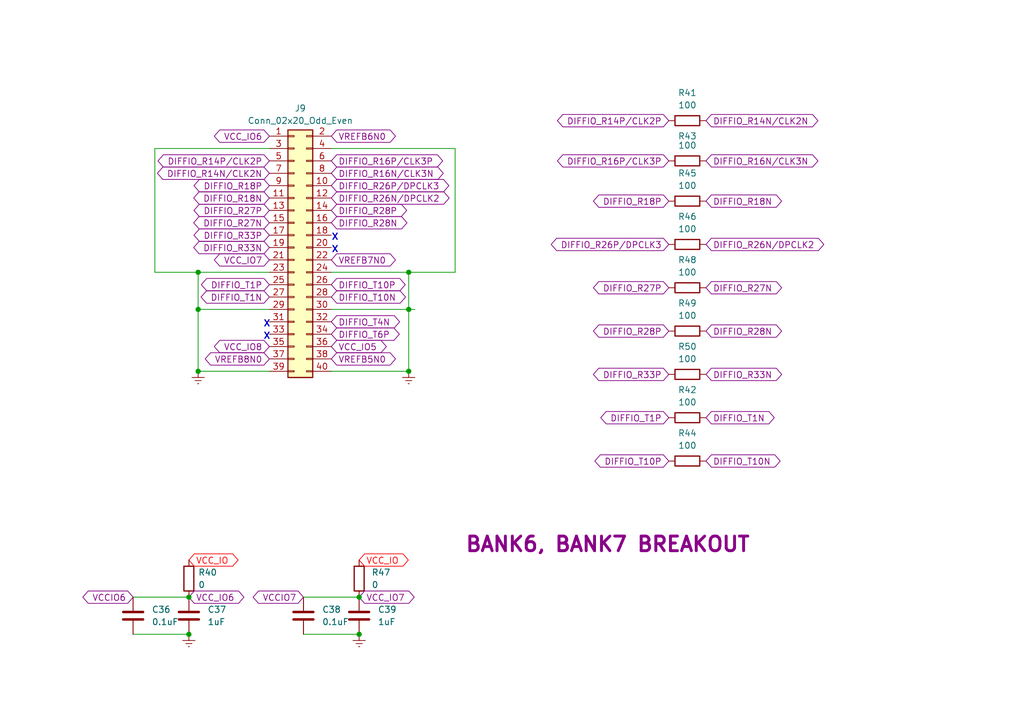
<source format=kicad_sch>
(kicad_sch
	(version 20231120)
	(generator "eeschema")
	(generator_version "8.0")
	(uuid "bee7d951-035f-4eb0-aeae-ae54890c70eb")
	(paper "A5")
	(lib_symbols
		(symbol "Connector_Generic:Conn_02x20_Odd_Even"
			(pin_names
				(offset 1.016) hide)
			(exclude_from_sim no)
			(in_bom yes)
			(on_board yes)
			(property "Reference" "J"
				(at 1.27 25.4 0)
				(effects
					(font
						(size 1.27 1.27)
					)
				)
			)
			(property "Value" "Conn_02x20_Odd_Even"
				(at 1.27 -27.94 0)
				(effects
					(font
						(size 1.27 1.27)
					)
				)
			)
			(property "Footprint" ""
				(at 0 0 0)
				(effects
					(font
						(size 1.27 1.27)
					)
					(hide yes)
				)
			)
			(property "Datasheet" "~"
				(at 0 0 0)
				(effects
					(font
						(size 1.27 1.27)
					)
					(hide yes)
				)
			)
			(property "Description" "Generic connector, double row, 02x20, odd/even pin numbering scheme (row 1 odd numbers, row 2 even numbers), script generated (kicad-library-utils/schlib/autogen/connector/)"
				(at 0 0 0)
				(effects
					(font
						(size 1.27 1.27)
					)
					(hide yes)
				)
			)
			(property "ki_keywords" "connector"
				(at 0 0 0)
				(effects
					(font
						(size 1.27 1.27)
					)
					(hide yes)
				)
			)
			(property "ki_fp_filters" "Connector*:*_2x??_*"
				(at 0 0 0)
				(effects
					(font
						(size 1.27 1.27)
					)
					(hide yes)
				)
			)
			(symbol "Conn_02x20_Odd_Even_1_1"
				(rectangle
					(start -1.27 -25.273)
					(end 0 -25.527)
					(stroke
						(width 0.1524)
						(type default)
					)
					(fill
						(type none)
					)
				)
				(rectangle
					(start -1.27 -22.733)
					(end 0 -22.987)
					(stroke
						(width 0.1524)
						(type default)
					)
					(fill
						(type none)
					)
				)
				(rectangle
					(start -1.27 -20.193)
					(end 0 -20.447)
					(stroke
						(width 0.1524)
						(type default)
					)
					(fill
						(type none)
					)
				)
				(rectangle
					(start -1.27 -17.653)
					(end 0 -17.907)
					(stroke
						(width 0.1524)
						(type default)
					)
					(fill
						(type none)
					)
				)
				(rectangle
					(start -1.27 -15.113)
					(end 0 -15.367)
					(stroke
						(width 0.1524)
						(type default)
					)
					(fill
						(type none)
					)
				)
				(rectangle
					(start -1.27 -12.573)
					(end 0 -12.827)
					(stroke
						(width 0.1524)
						(type default)
					)
					(fill
						(type none)
					)
				)
				(rectangle
					(start -1.27 -10.033)
					(end 0 -10.287)
					(stroke
						(width 0.1524)
						(type default)
					)
					(fill
						(type none)
					)
				)
				(rectangle
					(start -1.27 -7.493)
					(end 0 -7.747)
					(stroke
						(width 0.1524)
						(type default)
					)
					(fill
						(type none)
					)
				)
				(rectangle
					(start -1.27 -4.953)
					(end 0 -5.207)
					(stroke
						(width 0.1524)
						(type default)
					)
					(fill
						(type none)
					)
				)
				(rectangle
					(start -1.27 -2.413)
					(end 0 -2.667)
					(stroke
						(width 0.1524)
						(type default)
					)
					(fill
						(type none)
					)
				)
				(rectangle
					(start -1.27 0.127)
					(end 0 -0.127)
					(stroke
						(width 0.1524)
						(type default)
					)
					(fill
						(type none)
					)
				)
				(rectangle
					(start -1.27 2.667)
					(end 0 2.413)
					(stroke
						(width 0.1524)
						(type default)
					)
					(fill
						(type none)
					)
				)
				(rectangle
					(start -1.27 5.207)
					(end 0 4.953)
					(stroke
						(width 0.1524)
						(type default)
					)
					(fill
						(type none)
					)
				)
				(rectangle
					(start -1.27 7.747)
					(end 0 7.493)
					(stroke
						(width 0.1524)
						(type default)
					)
					(fill
						(type none)
					)
				)
				(rectangle
					(start -1.27 10.287)
					(end 0 10.033)
					(stroke
						(width 0.1524)
						(type default)
					)
					(fill
						(type none)
					)
				)
				(rectangle
					(start -1.27 12.827)
					(end 0 12.573)
					(stroke
						(width 0.1524)
						(type default)
					)
					(fill
						(type none)
					)
				)
				(rectangle
					(start -1.27 15.367)
					(end 0 15.113)
					(stroke
						(width 0.1524)
						(type default)
					)
					(fill
						(type none)
					)
				)
				(rectangle
					(start -1.27 17.907)
					(end 0 17.653)
					(stroke
						(width 0.1524)
						(type default)
					)
					(fill
						(type none)
					)
				)
				(rectangle
					(start -1.27 20.447)
					(end 0 20.193)
					(stroke
						(width 0.1524)
						(type default)
					)
					(fill
						(type none)
					)
				)
				(rectangle
					(start -1.27 22.987)
					(end 0 22.733)
					(stroke
						(width 0.1524)
						(type default)
					)
					(fill
						(type none)
					)
				)
				(rectangle
					(start -1.27 24.13)
					(end 3.81 -26.67)
					(stroke
						(width 0.254)
						(type default)
					)
					(fill
						(type background)
					)
				)
				(rectangle
					(start 3.81 -25.273)
					(end 2.54 -25.527)
					(stroke
						(width 0.1524)
						(type default)
					)
					(fill
						(type none)
					)
				)
				(rectangle
					(start 3.81 -22.733)
					(end 2.54 -22.987)
					(stroke
						(width 0.1524)
						(type default)
					)
					(fill
						(type none)
					)
				)
				(rectangle
					(start 3.81 -20.193)
					(end 2.54 -20.447)
					(stroke
						(width 0.1524)
						(type default)
					)
					(fill
						(type none)
					)
				)
				(rectangle
					(start 3.81 -17.653)
					(end 2.54 -17.907)
					(stroke
						(width 0.1524)
						(type default)
					)
					(fill
						(type none)
					)
				)
				(rectangle
					(start 3.81 -15.113)
					(end 2.54 -15.367)
					(stroke
						(width 0.1524)
						(type default)
					)
					(fill
						(type none)
					)
				)
				(rectangle
					(start 3.81 -12.573)
					(end 2.54 -12.827)
					(stroke
						(width 0.1524)
						(type default)
					)
					(fill
						(type none)
					)
				)
				(rectangle
					(start 3.81 -10.033)
					(end 2.54 -10.287)
					(stroke
						(width 0.1524)
						(type default)
					)
					(fill
						(type none)
					)
				)
				(rectangle
					(start 3.81 -7.493)
					(end 2.54 -7.747)
					(stroke
						(width 0.1524)
						(type default)
					)
					(fill
						(type none)
					)
				)
				(rectangle
					(start 3.81 -4.953)
					(end 2.54 -5.207)
					(stroke
						(width 0.1524)
						(type default)
					)
					(fill
						(type none)
					)
				)
				(rectangle
					(start 3.81 -2.413)
					(end 2.54 -2.667)
					(stroke
						(width 0.1524)
						(type default)
					)
					(fill
						(type none)
					)
				)
				(rectangle
					(start 3.81 0.127)
					(end 2.54 -0.127)
					(stroke
						(width 0.1524)
						(type default)
					)
					(fill
						(type none)
					)
				)
				(rectangle
					(start 3.81 2.667)
					(end 2.54 2.413)
					(stroke
						(width 0.1524)
						(type default)
					)
					(fill
						(type none)
					)
				)
				(rectangle
					(start 3.81 5.207)
					(end 2.54 4.953)
					(stroke
						(width 0.1524)
						(type default)
					)
					(fill
						(type none)
					)
				)
				(rectangle
					(start 3.81 7.747)
					(end 2.54 7.493)
					(stroke
						(width 0.1524)
						(type default)
					)
					(fill
						(type none)
					)
				)
				(rectangle
					(start 3.81 10.287)
					(end 2.54 10.033)
					(stroke
						(width 0.1524)
						(type default)
					)
					(fill
						(type none)
					)
				)
				(rectangle
					(start 3.81 12.827)
					(end 2.54 12.573)
					(stroke
						(width 0.1524)
						(type default)
					)
					(fill
						(type none)
					)
				)
				(rectangle
					(start 3.81 15.367)
					(end 2.54 15.113)
					(stroke
						(width 0.1524)
						(type default)
					)
					(fill
						(type none)
					)
				)
				(rectangle
					(start 3.81 17.907)
					(end 2.54 17.653)
					(stroke
						(width 0.1524)
						(type default)
					)
					(fill
						(type none)
					)
				)
				(rectangle
					(start 3.81 20.447)
					(end 2.54 20.193)
					(stroke
						(width 0.1524)
						(type default)
					)
					(fill
						(type none)
					)
				)
				(rectangle
					(start 3.81 22.987)
					(end 2.54 22.733)
					(stroke
						(width 0.1524)
						(type default)
					)
					(fill
						(type none)
					)
				)
				(pin passive line
					(at -5.08 22.86 0)
					(length 3.81)
					(name "Pin_1"
						(effects
							(font
								(size 1.27 1.27)
							)
						)
					)
					(number "1"
						(effects
							(font
								(size 1.27 1.27)
							)
						)
					)
				)
				(pin passive line
					(at 7.62 12.7 180)
					(length 3.81)
					(name "Pin_10"
						(effects
							(font
								(size 1.27 1.27)
							)
						)
					)
					(number "10"
						(effects
							(font
								(size 1.27 1.27)
							)
						)
					)
				)
				(pin passive line
					(at -5.08 10.16 0)
					(length 3.81)
					(name "Pin_11"
						(effects
							(font
								(size 1.27 1.27)
							)
						)
					)
					(number "11"
						(effects
							(font
								(size 1.27 1.27)
							)
						)
					)
				)
				(pin passive line
					(at 7.62 10.16 180)
					(length 3.81)
					(name "Pin_12"
						(effects
							(font
								(size 1.27 1.27)
							)
						)
					)
					(number "12"
						(effects
							(font
								(size 1.27 1.27)
							)
						)
					)
				)
				(pin passive line
					(at -5.08 7.62 0)
					(length 3.81)
					(name "Pin_13"
						(effects
							(font
								(size 1.27 1.27)
							)
						)
					)
					(number "13"
						(effects
							(font
								(size 1.27 1.27)
							)
						)
					)
				)
				(pin passive line
					(at 7.62 7.62 180)
					(length 3.81)
					(name "Pin_14"
						(effects
							(font
								(size 1.27 1.27)
							)
						)
					)
					(number "14"
						(effects
							(font
								(size 1.27 1.27)
							)
						)
					)
				)
				(pin passive line
					(at -5.08 5.08 0)
					(length 3.81)
					(name "Pin_15"
						(effects
							(font
								(size 1.27 1.27)
							)
						)
					)
					(number "15"
						(effects
							(font
								(size 1.27 1.27)
							)
						)
					)
				)
				(pin passive line
					(at 7.62 5.08 180)
					(length 3.81)
					(name "Pin_16"
						(effects
							(font
								(size 1.27 1.27)
							)
						)
					)
					(number "16"
						(effects
							(font
								(size 1.27 1.27)
							)
						)
					)
				)
				(pin passive line
					(at -5.08 2.54 0)
					(length 3.81)
					(name "Pin_17"
						(effects
							(font
								(size 1.27 1.27)
							)
						)
					)
					(number "17"
						(effects
							(font
								(size 1.27 1.27)
							)
						)
					)
				)
				(pin passive line
					(at 7.62 2.54 180)
					(length 3.81)
					(name "Pin_18"
						(effects
							(font
								(size 1.27 1.27)
							)
						)
					)
					(number "18"
						(effects
							(font
								(size 1.27 1.27)
							)
						)
					)
				)
				(pin passive line
					(at -5.08 0 0)
					(length 3.81)
					(name "Pin_19"
						(effects
							(font
								(size 1.27 1.27)
							)
						)
					)
					(number "19"
						(effects
							(font
								(size 1.27 1.27)
							)
						)
					)
				)
				(pin passive line
					(at 7.62 22.86 180)
					(length 3.81)
					(name "Pin_2"
						(effects
							(font
								(size 1.27 1.27)
							)
						)
					)
					(number "2"
						(effects
							(font
								(size 1.27 1.27)
							)
						)
					)
				)
				(pin passive line
					(at 7.62 0 180)
					(length 3.81)
					(name "Pin_20"
						(effects
							(font
								(size 1.27 1.27)
							)
						)
					)
					(number "20"
						(effects
							(font
								(size 1.27 1.27)
							)
						)
					)
				)
				(pin passive line
					(at -5.08 -2.54 0)
					(length 3.81)
					(name "Pin_21"
						(effects
							(font
								(size 1.27 1.27)
							)
						)
					)
					(number "21"
						(effects
							(font
								(size 1.27 1.27)
							)
						)
					)
				)
				(pin passive line
					(at 7.62 -2.54 180)
					(length 3.81)
					(name "Pin_22"
						(effects
							(font
								(size 1.27 1.27)
							)
						)
					)
					(number "22"
						(effects
							(font
								(size 1.27 1.27)
							)
						)
					)
				)
				(pin passive line
					(at -5.08 -5.08 0)
					(length 3.81)
					(name "Pin_23"
						(effects
							(font
								(size 1.27 1.27)
							)
						)
					)
					(number "23"
						(effects
							(font
								(size 1.27 1.27)
							)
						)
					)
				)
				(pin passive line
					(at 7.62 -5.08 180)
					(length 3.81)
					(name "Pin_24"
						(effects
							(font
								(size 1.27 1.27)
							)
						)
					)
					(number "24"
						(effects
							(font
								(size 1.27 1.27)
							)
						)
					)
				)
				(pin passive line
					(at -5.08 -7.62 0)
					(length 3.81)
					(name "Pin_25"
						(effects
							(font
								(size 1.27 1.27)
							)
						)
					)
					(number "25"
						(effects
							(font
								(size 1.27 1.27)
							)
						)
					)
				)
				(pin passive line
					(at 7.62 -7.62 180)
					(length 3.81)
					(name "Pin_26"
						(effects
							(font
								(size 1.27 1.27)
							)
						)
					)
					(number "26"
						(effects
							(font
								(size 1.27 1.27)
							)
						)
					)
				)
				(pin passive line
					(at -5.08 -10.16 0)
					(length 3.81)
					(name "Pin_27"
						(effects
							(font
								(size 1.27 1.27)
							)
						)
					)
					(number "27"
						(effects
							(font
								(size 1.27 1.27)
							)
						)
					)
				)
				(pin passive line
					(at 7.62 -10.16 180)
					(length 3.81)
					(name "Pin_28"
						(effects
							(font
								(size 1.27 1.27)
							)
						)
					)
					(number "28"
						(effects
							(font
								(size 1.27 1.27)
							)
						)
					)
				)
				(pin passive line
					(at -5.08 -12.7 0)
					(length 3.81)
					(name "Pin_29"
						(effects
							(font
								(size 1.27 1.27)
							)
						)
					)
					(number "29"
						(effects
							(font
								(size 1.27 1.27)
							)
						)
					)
				)
				(pin passive line
					(at -5.08 20.32 0)
					(length 3.81)
					(name "Pin_3"
						(effects
							(font
								(size 1.27 1.27)
							)
						)
					)
					(number "3"
						(effects
							(font
								(size 1.27 1.27)
							)
						)
					)
				)
				(pin passive line
					(at 7.62 -12.7 180)
					(length 3.81)
					(name "Pin_30"
						(effects
							(font
								(size 1.27 1.27)
							)
						)
					)
					(number "30"
						(effects
							(font
								(size 1.27 1.27)
							)
						)
					)
				)
				(pin passive line
					(at -5.08 -15.24 0)
					(length 3.81)
					(name "Pin_31"
						(effects
							(font
								(size 1.27 1.27)
							)
						)
					)
					(number "31"
						(effects
							(font
								(size 1.27 1.27)
							)
						)
					)
				)
				(pin passive line
					(at 7.62 -15.24 180)
					(length 3.81)
					(name "Pin_32"
						(effects
							(font
								(size 1.27 1.27)
							)
						)
					)
					(number "32"
						(effects
							(font
								(size 1.27 1.27)
							)
						)
					)
				)
				(pin passive line
					(at -5.08 -17.78 0)
					(length 3.81)
					(name "Pin_33"
						(effects
							(font
								(size 1.27 1.27)
							)
						)
					)
					(number "33"
						(effects
							(font
								(size 1.27 1.27)
							)
						)
					)
				)
				(pin passive line
					(at 7.62 -17.78 180)
					(length 3.81)
					(name "Pin_34"
						(effects
							(font
								(size 1.27 1.27)
							)
						)
					)
					(number "34"
						(effects
							(font
								(size 1.27 1.27)
							)
						)
					)
				)
				(pin passive line
					(at -5.08 -20.32 0)
					(length 3.81)
					(name "Pin_35"
						(effects
							(font
								(size 1.27 1.27)
							)
						)
					)
					(number "35"
						(effects
							(font
								(size 1.27 1.27)
							)
						)
					)
				)
				(pin passive line
					(at 7.62 -20.32 180)
					(length 3.81)
					(name "Pin_36"
						(effects
							(font
								(size 1.27 1.27)
							)
						)
					)
					(number "36"
						(effects
							(font
								(size 1.27 1.27)
							)
						)
					)
				)
				(pin passive line
					(at -5.08 -22.86 0)
					(length 3.81)
					(name "Pin_37"
						(effects
							(font
								(size 1.27 1.27)
							)
						)
					)
					(number "37"
						(effects
							(font
								(size 1.27 1.27)
							)
						)
					)
				)
				(pin passive line
					(at 7.62 -22.86 180)
					(length 3.81)
					(name "Pin_38"
						(effects
							(font
								(size 1.27 1.27)
							)
						)
					)
					(number "38"
						(effects
							(font
								(size 1.27 1.27)
							)
						)
					)
				)
				(pin passive line
					(at -5.08 -25.4 0)
					(length 3.81)
					(name "Pin_39"
						(effects
							(font
								(size 1.27 1.27)
							)
						)
					)
					(number "39"
						(effects
							(font
								(size 1.27 1.27)
							)
						)
					)
				)
				(pin passive line
					(at 7.62 20.32 180)
					(length 3.81)
					(name "Pin_4"
						(effects
							(font
								(size 1.27 1.27)
							)
						)
					)
					(number "4"
						(effects
							(font
								(size 1.27 1.27)
							)
						)
					)
				)
				(pin passive line
					(at 7.62 -25.4 180)
					(length 3.81)
					(name "Pin_40"
						(effects
							(font
								(size 1.27 1.27)
							)
						)
					)
					(number "40"
						(effects
							(font
								(size 1.27 1.27)
							)
						)
					)
				)
				(pin passive line
					(at -5.08 17.78 0)
					(length 3.81)
					(name "Pin_5"
						(effects
							(font
								(size 1.27 1.27)
							)
						)
					)
					(number "5"
						(effects
							(font
								(size 1.27 1.27)
							)
						)
					)
				)
				(pin passive line
					(at 7.62 17.78 180)
					(length 3.81)
					(name "Pin_6"
						(effects
							(font
								(size 1.27 1.27)
							)
						)
					)
					(number "6"
						(effects
							(font
								(size 1.27 1.27)
							)
						)
					)
				)
				(pin passive line
					(at -5.08 15.24 0)
					(length 3.81)
					(name "Pin_7"
						(effects
							(font
								(size 1.27 1.27)
							)
						)
					)
					(number "7"
						(effects
							(font
								(size 1.27 1.27)
							)
						)
					)
				)
				(pin passive line
					(at 7.62 15.24 180)
					(length 3.81)
					(name "Pin_8"
						(effects
							(font
								(size 1.27 1.27)
							)
						)
					)
					(number "8"
						(effects
							(font
								(size 1.27 1.27)
							)
						)
					)
				)
				(pin passive line
					(at -5.08 12.7 0)
					(length 3.81)
					(name "Pin_9"
						(effects
							(font
								(size 1.27 1.27)
							)
						)
					)
					(number "9"
						(effects
							(font
								(size 1.27 1.27)
							)
						)
					)
				)
			)
		)
		(symbol "Device:C"
			(pin_numbers hide)
			(pin_names
				(offset 0.254)
			)
			(exclude_from_sim no)
			(in_bom yes)
			(on_board yes)
			(property "Reference" "C"
				(at 0.635 2.54 0)
				(effects
					(font
						(size 1.27 1.27)
					)
					(justify left)
				)
			)
			(property "Value" "C"
				(at 0.635 -2.54 0)
				(effects
					(font
						(size 1.27 1.27)
					)
					(justify left)
				)
			)
			(property "Footprint" ""
				(at 0.9652 -3.81 0)
				(effects
					(font
						(size 1.27 1.27)
					)
					(hide yes)
				)
			)
			(property "Datasheet" "~"
				(at 0 0 0)
				(effects
					(font
						(size 1.27 1.27)
					)
					(hide yes)
				)
			)
			(property "Description" "Unpolarized capacitor"
				(at 0 0 0)
				(effects
					(font
						(size 1.27 1.27)
					)
					(hide yes)
				)
			)
			(property "ki_keywords" "cap capacitor"
				(at 0 0 0)
				(effects
					(font
						(size 1.27 1.27)
					)
					(hide yes)
				)
			)
			(property "ki_fp_filters" "C_*"
				(at 0 0 0)
				(effects
					(font
						(size 1.27 1.27)
					)
					(hide yes)
				)
			)
			(symbol "C_0_1"
				(polyline
					(pts
						(xy -2.032 -0.762) (xy 2.032 -0.762)
					)
					(stroke
						(width 0.508)
						(type default)
					)
					(fill
						(type none)
					)
				)
				(polyline
					(pts
						(xy -2.032 0.762) (xy 2.032 0.762)
					)
					(stroke
						(width 0.508)
						(type default)
					)
					(fill
						(type none)
					)
				)
			)
			(symbol "C_1_1"
				(pin passive line
					(at 0 3.81 270)
					(length 2.794)
					(name "~"
						(effects
							(font
								(size 1.27 1.27)
							)
						)
					)
					(number "1"
						(effects
							(font
								(size 1.27 1.27)
							)
						)
					)
				)
				(pin passive line
					(at 0 -3.81 90)
					(length 2.794)
					(name "~"
						(effects
							(font
								(size 1.27 1.27)
							)
						)
					)
					(number "2"
						(effects
							(font
								(size 1.27 1.27)
							)
						)
					)
				)
			)
		)
		(symbol "Device:R"
			(pin_numbers hide)
			(pin_names
				(offset 0)
			)
			(exclude_from_sim no)
			(in_bom yes)
			(on_board yes)
			(property "Reference" "R"
				(at 2.032 0 90)
				(effects
					(font
						(size 1.27 1.27)
					)
				)
			)
			(property "Value" "R"
				(at 0 0 90)
				(effects
					(font
						(size 1.27 1.27)
					)
				)
			)
			(property "Footprint" ""
				(at -1.778 0 90)
				(effects
					(font
						(size 1.27 1.27)
					)
					(hide yes)
				)
			)
			(property "Datasheet" "~"
				(at 0 0 0)
				(effects
					(font
						(size 1.27 1.27)
					)
					(hide yes)
				)
			)
			(property "Description" "Resistor"
				(at 0 0 0)
				(effects
					(font
						(size 1.27 1.27)
					)
					(hide yes)
				)
			)
			(property "ki_keywords" "R res resistor"
				(at 0 0 0)
				(effects
					(font
						(size 1.27 1.27)
					)
					(hide yes)
				)
			)
			(property "ki_fp_filters" "R_*"
				(at 0 0 0)
				(effects
					(font
						(size 1.27 1.27)
					)
					(hide yes)
				)
			)
			(symbol "R_0_1"
				(rectangle
					(start -1.016 -2.54)
					(end 1.016 2.54)
					(stroke
						(width 0.254)
						(type default)
					)
					(fill
						(type none)
					)
				)
			)
			(symbol "R_1_1"
				(pin passive line
					(at 0 3.81 270)
					(length 1.27)
					(name "~"
						(effects
							(font
								(size 1.27 1.27)
							)
						)
					)
					(number "1"
						(effects
							(font
								(size 1.27 1.27)
							)
						)
					)
				)
				(pin passive line
					(at 0 -3.81 90)
					(length 1.27)
					(name "~"
						(effects
							(font
								(size 1.27 1.27)
							)
						)
					)
					(number "2"
						(effects
							(font
								(size 1.27 1.27)
							)
						)
					)
				)
			)
		)
		(symbol "power:Earth"
			(power)
			(pin_names
				(offset 0)
			)
			(exclude_from_sim no)
			(in_bom yes)
			(on_board yes)
			(property "Reference" "#PWR"
				(at 0 -6.35 0)
				(effects
					(font
						(size 1.27 1.27)
					)
					(hide yes)
				)
			)
			(property "Value" "Earth"
				(at 0 -3.81 0)
				(effects
					(font
						(size 1.27 1.27)
					)
					(hide yes)
				)
			)
			(property "Footprint" ""
				(at 0 0 0)
				(effects
					(font
						(size 1.27 1.27)
					)
					(hide yes)
				)
			)
			(property "Datasheet" "~"
				(at 0 0 0)
				(effects
					(font
						(size 1.27 1.27)
					)
					(hide yes)
				)
			)
			(property "Description" "Power symbol creates a global label with name \"Earth\""
				(at 0 0 0)
				(effects
					(font
						(size 1.27 1.27)
					)
					(hide yes)
				)
			)
			(property "ki_keywords" "global ground gnd"
				(at 0 0 0)
				(effects
					(font
						(size 1.27 1.27)
					)
					(hide yes)
				)
			)
			(symbol "Earth_0_1"
				(polyline
					(pts
						(xy -0.635 -1.905) (xy 0.635 -1.905)
					)
					(stroke
						(width 0)
						(type default)
					)
					(fill
						(type none)
					)
				)
				(polyline
					(pts
						(xy -0.127 -2.54) (xy 0.127 -2.54)
					)
					(stroke
						(width 0)
						(type default)
					)
					(fill
						(type none)
					)
				)
				(polyline
					(pts
						(xy 0 -1.27) (xy 0 0)
					)
					(stroke
						(width 0)
						(type default)
					)
					(fill
						(type none)
					)
				)
				(polyline
					(pts
						(xy 1.27 -1.27) (xy -1.27 -1.27)
					)
					(stroke
						(width 0)
						(type default)
					)
					(fill
						(type none)
					)
				)
			)
			(symbol "Earth_1_1"
				(pin power_in line
					(at 0 0 270)
					(length 0) hide
					(name "Earth"
						(effects
							(font
								(size 1.27 1.27)
							)
						)
					)
					(number "1"
						(effects
							(font
								(size 1.27 1.27)
							)
						)
					)
				)
			)
		)
	)
	(junction
		(at 83.82 63.5)
		(diameter 0)
		(color 0 0 0 0)
		(uuid "0e96ad26-4804-4b29-ae68-30b70b74a39b")
	)
	(junction
		(at 83.82 76.2)
		(diameter 0)
		(color 0 0 0 0)
		(uuid "1f324c4b-4c9a-42d1-8e86-c531667d7041")
	)
	(junction
		(at 40.64 55.88)
		(diameter 0)
		(color 0 0 0 0)
		(uuid "5db49cc2-be75-4575-8979-4cbf37fd2eff")
	)
	(junction
		(at 38.735 130.175)
		(diameter 0)
		(color 0 0 0 0)
		(uuid "76715c58-9e03-4ab5-8cee-696daa36def9")
	)
	(junction
		(at 38.735 122.555)
		(diameter 0)
		(color 0 0 0 0)
		(uuid "be7e0aa1-4199-4e15-9bd3-b664ddb10a56")
	)
	(junction
		(at 40.64 63.5)
		(diameter 0)
		(color 0 0 0 0)
		(uuid "db355c6e-bb4e-4959-b923-6f9af30ba36b")
	)
	(junction
		(at 73.66 130.175)
		(diameter 0)
		(color 0 0 0 0)
		(uuid "dbf6d609-f421-4c59-8266-2f3c72cf6806")
	)
	(junction
		(at 73.66 122.555)
		(diameter 0)
		(color 0 0 0 0)
		(uuid "e6ae5c5a-f6e1-4519-956e-94a9fb66497f")
	)
	(junction
		(at 83.82 55.88)
		(diameter 0)
		(color 0 0 0 0)
		(uuid "e8fe1ad5-4b3a-41b5-8a3e-e1c90a5e2e96")
	)
	(junction
		(at 40.64 76.2)
		(diameter 0)
		(color 0 0 0 0)
		(uuid "f81822f1-619c-42bb-95fc-f42af90713c5")
	)
	(wire
		(pts
			(xy 83.82 55.88) (xy 93.345 55.88)
		)
		(stroke
			(width 0)
			(type default)
		)
		(uuid "12ae06cf-20f0-4862-bf0d-99f9806944e8")
	)
	(wire
		(pts
			(xy 40.64 76.2) (xy 40.64 63.5)
		)
		(stroke
			(width 0)
			(type default)
		)
		(uuid "15af2bde-d1c2-4a39-a72e-eb22378d3ab4")
	)
	(wire
		(pts
			(xy 83.82 76.2) (xy 83.82 63.5)
		)
		(stroke
			(width 0)
			(type default)
		)
		(uuid "2391a8d9-bea5-47fe-8752-d41dd0467e49")
	)
	(wire
		(pts
			(xy 31.75 30.48) (xy 31.75 55.88)
		)
		(stroke
			(width 0)
			(type default)
		)
		(uuid "25672bd1-03ad-41ce-a5fe-e8c0f3a2a38e")
	)
	(wire
		(pts
			(xy 83.82 63.5) (xy 85.09 63.5)
		)
		(stroke
			(width 0)
			(type default)
		)
		(uuid "26d87229-ce86-4461-907f-21d042e0524c")
	)
	(wire
		(pts
			(xy 83.82 55.88) (xy 83.82 63.5)
		)
		(stroke
			(width 0)
			(type default)
		)
		(uuid "2cc18aa4-5bb8-4df9-aa5a-c53fc5594c37")
	)
	(wire
		(pts
			(xy 67.945 63.5) (xy 83.82 63.5)
		)
		(stroke
			(width 0)
			(type default)
		)
		(uuid "54034f5a-449d-4c7a-a806-388fc7fff49f")
	)
	(wire
		(pts
			(xy 83.82 55.88) (xy 67.945 55.88)
		)
		(stroke
			(width 0)
			(type default)
		)
		(uuid "54b68d65-ed00-44e8-8eda-dc232af3815f")
	)
	(wire
		(pts
			(xy 55.245 76.2) (xy 40.64 76.2)
		)
		(stroke
			(width 0)
			(type default)
		)
		(uuid "5b51fb6f-6aa9-48ab-ab45-7c120b5e8239")
	)
	(wire
		(pts
			(xy 55.245 63.5) (xy 40.64 63.5)
		)
		(stroke
			(width 0)
			(type default)
		)
		(uuid "5d0e564d-0e30-4fa6-b30a-ad39f9e675f3")
	)
	(wire
		(pts
			(xy 40.64 63.5) (xy 40.64 55.88)
		)
		(stroke
			(width 0)
			(type default)
		)
		(uuid "6e7ec9d9-8879-499b-b1ab-858694eeea1b")
	)
	(wire
		(pts
			(xy 67.945 30.48) (xy 93.345 30.48)
		)
		(stroke
			(width 0)
			(type default)
		)
		(uuid "72057613-2306-4431-941c-eca8e448e1eb")
	)
	(wire
		(pts
			(xy 40.64 55.88) (xy 55.245 55.88)
		)
		(stroke
			(width 0)
			(type default)
		)
		(uuid "77c2bfb5-74b2-44db-967d-3fdcb1cb8fe8")
	)
	(wire
		(pts
			(xy 73.66 130.175) (xy 62.23 130.175)
		)
		(stroke
			(width 0)
			(type default)
		)
		(uuid "7a1c2011-3abb-4775-808a-93111a1c7f28")
	)
	(wire
		(pts
			(xy 67.945 76.2) (xy 83.82 76.2)
		)
		(stroke
			(width 0)
			(type default)
		)
		(uuid "821a074d-0bd6-4651-830e-1a529bd07d79")
	)
	(wire
		(pts
			(xy 73.66 122.555) (xy 62.23 122.555)
		)
		(stroke
			(width 0)
			(type default)
		)
		(uuid "96ce3dda-fc58-4a68-ade4-55375bfd2c74")
	)
	(wire
		(pts
			(xy 55.245 30.48) (xy 31.75 30.48)
		)
		(stroke
			(width 0)
			(type default)
		)
		(uuid "9bb15ae8-286f-4266-8ff7-30591fc42a00")
	)
	(wire
		(pts
			(xy 93.345 30.48) (xy 93.345 55.88)
		)
		(stroke
			(width 0)
			(type default)
		)
		(uuid "b8534c27-ee97-4d1c-9261-7834234bb780")
	)
	(wire
		(pts
			(xy 31.75 55.88) (xy 40.64 55.88)
		)
		(stroke
			(width 0)
			(type default)
		)
		(uuid "c4a4341d-f7e9-4d88-8c36-d0692468f102")
	)
	(wire
		(pts
			(xy 38.735 130.175) (xy 27.305 130.175)
		)
		(stroke
			(width 0)
			(type default)
		)
		(uuid "cdad2309-998a-4905-b5f7-9909bb144491")
	)
	(wire
		(pts
			(xy 38.735 122.555) (xy 27.305 122.555)
		)
		(stroke
			(width 0)
			(type default)
		)
		(uuid "fd315ae7-b1ba-4692-8b19-25c23ca4c071")
	)
	(text "BANK6, BANK7 BREAKOUT\n"
		(exclude_from_sim no)
		(at 95.25 113.665 0)
		(effects
			(font
				(size 3 3)
				(thickness 0.6)
				(bold yes)
				(color 132 0 132 1)
			)
			(justify left bottom)
		)
		(uuid "314b7f3d-f056-42bf-b0e5-f654bfe4d5af")
	)
	(text "X"
		(exclude_from_sim no)
		(at 67.945 52.07 0)
		(effects
			(font
				(size 1.27 1.27)
				(thickness 0.254)
				(bold yes)
			)
			(justify left bottom)
		)
		(uuid "93ab6473-04ec-43fb-ad47-c163ada54e56")
	)
	(text "X"
		(exclude_from_sim no)
		(at 53.975 69.85 0)
		(effects
			(font
				(size 1.27 1.27)
				(thickness 0.254)
				(bold yes)
			)
			(justify left bottom)
		)
		(uuid "a02e0822-17da-4154-9ff1-37a2459410f6")
	)
	(text "X"
		(exclude_from_sim no)
		(at 67.945 49.53 0)
		(effects
			(font
				(size 1.27 1.27)
				(thickness 0.254)
				(bold yes)
			)
			(justify left bottom)
		)
		(uuid "b689d958-83cd-41b4-9eaa-cd98b18cb3f9")
	)
	(text "X"
		(exclude_from_sim no)
		(at 53.975 67.31 0)
		(effects
			(font
				(size 1.27 1.27)
				(thickness 0.254)
				(bold yes)
			)
			(justify left bottom)
		)
		(uuid "cb212833-36c1-4d1c-9dee-31226e5ed0bf")
	)
	(global_label "VREFB6N0"
		(shape bidirectional)
		(at 67.945 27.94 0)
		(fields_autoplaced yes)
		(effects
			(font
				(size 1.27 1.27)
				(color 132 0 132 1)
			)
			(justify left)
		)
		(uuid "013d6f48-a747-4907-a5ed-a871209b8c14")
		(property "Intersheetrefs" "${INTERSHEET_REFS}"
			(at 81.5778 27.94 0)
			(effects
				(font
					(size 1.27 1.27)
				)
				(justify left)
				(hide yes)
			)
		)
	)
	(global_label "DIFFIO_T1N"
		(shape bidirectional)
		(at 144.78 85.725 0)
		(fields_autoplaced yes)
		(effects
			(font
				(size 1.27 1.27)
				(color 132 0 132 1)
			)
			(justify left)
		)
		(uuid "01686a7f-699b-4f5c-b701-a50cf4de9c14")
		(property "Intersheetrefs" "${INTERSHEET_REFS}"
			(at 159.2596 85.725 0)
			(effects
				(font
					(size 1.27 1.27)
				)
				(justify left)
				(hide yes)
			)
		)
	)
	(global_label "DIFFIO_R16N{slash}CLK3N"
		(shape bidirectional)
		(at 144.78 33.02 0)
		(fields_autoplaced yes)
		(effects
			(font
				(size 1.27 1.27)
				(color 132 0 132 1)
			)
			(justify left)
		)
		(uuid "041a660d-eb74-4936-a1bb-7a242fd2de2e")
		(property "Intersheetrefs" "${INTERSHEET_REFS}"
			(at 168.2101 33.02 0)
			(effects
				(font
					(size 1.27 1.27)
				)
				(justify left)
				(hide yes)
			)
		)
	)
	(global_label "DIFFIO_R14N{slash}CLK2N"
		(shape bidirectional)
		(at 144.78 24.765 0)
		(fields_autoplaced yes)
		(effects
			(font
				(size 1.27 1.27)
				(color 132 0 132 1)
			)
			(justify left)
		)
		(uuid "066f02dc-dec2-44c8-a262-549278d2e82c")
		(property "Intersheetrefs" "${INTERSHEET_REFS}"
			(at 168.2101 24.765 0)
			(effects
				(font
					(size 1.27 1.27)
				)
				(justify left)
				(hide yes)
			)
		)
	)
	(global_label "VCC_IO7"
		(shape bidirectional)
		(at 55.245 53.34 180)
		(fields_autoplaced yes)
		(effects
			(font
				(size 1.27 1.27)
				(color 132 0 132 1)
			)
			(justify right)
		)
		(uuid "07444b03-72cb-40fa-91f7-ac7961db367b")
		(property "Intersheetrefs" "${INTERSHEET_REFS}"
			(at 43.4869 53.34 0)
			(effects
				(font
					(size 1.27 1.27)
				)
				(justify right)
				(hide yes)
			)
		)
	)
	(global_label "DIFFIO_T1P"
		(shape bidirectional)
		(at 55.245 58.42 180)
		(fields_autoplaced yes)
		(effects
			(font
				(size 1.27 1.27)
				(color 132 0 132 1)
			)
			(justify right)
		)
		(uuid "075df878-237a-4c2c-926d-31a4f28f39bc")
		(property "Intersheetrefs" "${INTERSHEET_REFS}"
			(at 40.8259 58.42 0)
			(effects
				(font
					(size 1.27 1.27)
				)
				(justify right)
				(hide yes)
			)
		)
	)
	(global_label "VCC_IO5"
		(shape bidirectional)
		(at 67.945 71.12 0)
		(fields_autoplaced yes)
		(effects
			(font
				(size 1.27 1.27)
				(color 132 0 132 1)
			)
			(justify left)
		)
		(uuid "1224a1a8-3787-467a-b26e-584bf642587e")
		(property "Intersheetrefs" "${INTERSHEET_REFS}"
			(at 79.7031 71.12 0)
			(effects
				(font
					(size 1.27 1.27)
				)
				(justify left)
				(hide yes)
			)
		)
	)
	(global_label "DIFFIO_R28N"
		(shape bidirectional)
		(at 67.945 45.72 0)
		(fields_autoplaced yes)
		(effects
			(font
				(size 1.27 1.27)
				(color 132 0 132 1)
			)
			(justify left)
		)
		(uuid "1423c7c1-a9eb-406f-998d-63d564010faa")
		(property "Intersheetrefs" "${INTERSHEET_REFS}"
			(at 83.9365 45.72 0)
			(effects
				(font
					(size 1.27 1.27)
				)
				(justify left)
				(hide yes)
			)
		)
	)
	(global_label "VCC_IO6"
		(shape bidirectional)
		(at 55.245 27.94 180)
		(fields_autoplaced yes)
		(effects
			(font
				(size 1.27 1.27)
				(color 132 0 132 1)
			)
			(justify right)
		)
		(uuid "1fe7a782-4e66-457e-a63f-be4b495a587b")
		(property "Intersheetrefs" "${INTERSHEET_REFS}"
			(at 43.4869 27.94 0)
			(effects
				(font
					(size 1.27 1.27)
				)
				(justify right)
				(hide yes)
			)
		)
	)
	(global_label "DIFFIO_T10N"
		(shape bidirectional)
		(at 144.78 94.615 0)
		(fields_autoplaced yes)
		(effects
			(font
				(size 1.27 1.27)
				(color 132 0 132 1)
			)
			(justify left)
		)
		(uuid "272ee08a-5d74-4d26-90ef-ae20bb5a0439")
		(property "Intersheetrefs" "${INTERSHEET_REFS}"
			(at 160.4691 94.615 0)
			(effects
				(font
					(size 1.27 1.27)
				)
				(justify left)
				(hide yes)
			)
		)
	)
	(global_label "DIFFIO_T10N"
		(shape bidirectional)
		(at 67.945 60.96 0)
		(fields_autoplaced yes)
		(effects
			(font
				(size 1.27 1.27)
				(color 132 0 132 1)
			)
			(justify left)
		)
		(uuid "30a6f6ef-0e55-4520-9c9c-9bbad2e3dc17")
		(property "Intersheetrefs" "${INTERSHEET_REFS}"
			(at 83.6341 60.96 0)
			(effects
				(font
					(size 1.27 1.27)
				)
				(justify left)
				(hide yes)
			)
		)
	)
	(global_label "VREFB7N0"
		(shape bidirectional)
		(at 67.945 53.34 0)
		(fields_autoplaced yes)
		(effects
			(font
				(size 1.27 1.27)
				(color 132 0 132 1)
			)
			(justify left)
		)
		(uuid "3a512bb5-fee8-4a1b-8646-c63cc9e74994")
		(property "Intersheetrefs" "${INTERSHEET_REFS}"
			(at 81.5778 53.34 0)
			(effects
				(font
					(size 1.27 1.27)
				)
				(justify left)
				(hide yes)
			)
		)
	)
	(global_label "DIFFIO_T6P"
		(shape bidirectional)
		(at 67.945 68.58 0)
		(fields_autoplaced yes)
		(effects
			(font
				(size 1.27 1.27)
				(color 132 0 132 1)
			)
			(justify left)
		)
		(uuid "3c7a7fa0-ce13-43ab-bca2-4067113c649e")
		(property "Intersheetrefs" "${INTERSHEET_REFS}"
			(at 82.3641 68.58 0)
			(effects
				(font
					(size 1.27 1.27)
				)
				(justify left)
				(hide yes)
			)
		)
	)
	(global_label "DIFFIO_R26P{slash}DPCLK3"
		(shape bidirectional)
		(at 137.16 50.165 180)
		(fields_autoplaced yes)
		(effects
			(font
				(size 1.27 1.27)
				(color 132 0 132 1)
			)
			(justify right)
		)
		(uuid "406abe86-7f70-4540-ac5d-50dc1373e06e")
		(property "Intersheetrefs" "${INTERSHEET_REFS}"
			(at 112.5809 50.165 0)
			(effects
				(font
					(size 1.27 1.27)
				)
				(justify right)
				(hide yes)
			)
		)
	)
	(global_label "DIFFIO_R33P"
		(shape bidirectional)
		(at 137.16 76.835 180)
		(fields_autoplaced yes)
		(effects
			(font
				(size 1.27 1.27)
				(color 132 0 132 1)
			)
			(justify right)
		)
		(uuid "41c97dcb-f946-41c1-bf1f-75563d4df7ee")
		(property "Intersheetrefs" "${INTERSHEET_REFS}"
			(at 121.229 76.835 0)
			(effects
				(font
					(size 1.27 1.27)
				)
				(justify right)
				(hide yes)
			)
		)
	)
	(global_label "VCC_IO8"
		(shape bidirectional)
		(at 55.245 71.12 180)
		(fields_autoplaced yes)
		(effects
			(font
				(size 1.27 1.27)
				(color 132 0 132 1)
			)
			(justify right)
		)
		(uuid "445e79aa-45b6-4a90-9215-4d59c5c55570")
		(property "Intersheetrefs" "${INTERSHEET_REFS}"
			(at 43.4869 71.12 0)
			(effects
				(font
					(size 1.27 1.27)
				)
				(justify right)
				(hide yes)
			)
		)
	)
	(global_label "DIFFIO_R27P"
		(shape bidirectional)
		(at 137.16 59.055 180)
		(fields_autoplaced yes)
		(effects
			(font
				(size 1.27 1.27)
				(color 132 0 132 1)
			)
			(justify right)
		)
		(uuid "4acf0270-63b2-4124-9328-f177a0c13c1e")
		(property "Intersheetrefs" "${INTERSHEET_REFS}"
			(at 121.229 59.055 0)
			(effects
				(font
					(size 1.27 1.27)
				)
				(justify right)
				(hide yes)
			)
		)
	)
	(global_label "VCC_IO"
		(shape bidirectional)
		(at 38.735 114.935 0)
		(fields_autoplaced yes)
		(effects
			(font
				(size 1.27 1.27)
				(color 255 0 0 1)
			)
			(justify left)
		)
		(uuid "573b6181-7c0e-42ee-a55f-1cbb7d62b0ae")
		(property "Intersheetrefs" "${INTERSHEET_REFS}"
			(at 49.2836 114.935 0)
			(effects
				(font
					(size 1.27 1.27)
				)
				(justify left)
				(hide yes)
			)
		)
	)
	(global_label "DIFFIO_R33N"
		(shape bidirectional)
		(at 144.78 76.835 0)
		(fields_autoplaced yes)
		(effects
			(font
				(size 1.27 1.27)
				(color 132 0 132 1)
			)
			(justify left)
		)
		(uuid "5b70973c-c900-4f8a-88fd-e08e6db98c6f")
		(property "Intersheetrefs" "${INTERSHEET_REFS}"
			(at 160.7715 76.835 0)
			(effects
				(font
					(size 1.27 1.27)
				)
				(justify left)
				(hide yes)
			)
		)
	)
	(global_label "DIFFIO_T1P"
		(shape bidirectional)
		(at 137.16 85.725 180)
		(fields_autoplaced yes)
		(effects
			(font
				(size 1.27 1.27)
				(color 132 0 132 1)
			)
			(justify right)
		)
		(uuid "5f804125-d1a7-4689-a3db-e495d94e8db4")
		(property "Intersheetrefs" "${INTERSHEET_REFS}"
			(at 122.7409 85.725 0)
			(effects
				(font
					(size 1.27 1.27)
				)
				(justify right)
				(hide yes)
			)
		)
	)
	(global_label "DIFFIO_R33P"
		(shape bidirectional)
		(at 55.245 48.26 180)
		(fields_autoplaced yes)
		(effects
			(font
				(size 1.27 1.27)
				(color 132 0 132 1)
			)
			(justify right)
		)
		(uuid "62df4476-41fc-40c5-b820-6c261fe14c79")
		(property "Intersheetrefs" "${INTERSHEET_REFS}"
			(at 39.314 48.26 0)
			(effects
				(font
					(size 1.27 1.27)
				)
				(justify right)
				(hide yes)
			)
		)
	)
	(global_label "DIFFIO_R18N"
		(shape bidirectional)
		(at 55.245 40.64 180)
		(fields_autoplaced yes)
		(effects
			(font
				(size 1.27 1.27)
				(color 132 0 132 1)
			)
			(justify right)
		)
		(uuid "6347c6d7-3b36-48c9-b820-08ff3c224952")
		(property "Intersheetrefs" "${INTERSHEET_REFS}"
			(at 39.2535 40.64 0)
			(effects
				(font
					(size 1.27 1.27)
				)
				(justify right)
				(hide yes)
			)
		)
	)
	(global_label "DIFFIO_R16N{slash}CLK3N"
		(shape bidirectional)
		(at 67.945 35.56 0)
		(fields_autoplaced yes)
		(effects
			(font
				(size 1.27 1.27)
				(color 132 0 132 1)
			)
			(justify left)
		)
		(uuid "63784f9d-ade4-4eab-9eaf-1352f5cff0be")
		(property "Intersheetrefs" "${INTERSHEET_REFS}"
			(at 91.3751 35.56 0)
			(effects
				(font
					(size 1.27 1.27)
				)
				(justify left)
				(hide yes)
			)
		)
	)
	(global_label "DIFFIO_R26P{slash}DPCLK3"
		(shape bidirectional)
		(at 67.945 38.1 0)
		(fields_autoplaced yes)
		(effects
			(font
				(size 1.27 1.27)
				(color 132 0 132 1)
			)
			(justify left)
		)
		(uuid "670e0cb0-913d-405c-a684-241290e5f9c1")
		(property "Intersheetrefs" "${INTERSHEET_REFS}"
			(at 92.5241 38.1 0)
			(effects
				(font
					(size 1.27 1.27)
				)
				(justify left)
				(hide yes)
			)
		)
	)
	(global_label "DIFFIO_R18P"
		(shape bidirectional)
		(at 55.245 38.1 180)
		(fields_autoplaced yes)
		(effects
			(font
				(size 1.27 1.27)
				(color 132 0 132 1)
			)
			(justify right)
		)
		(uuid "6bf4a9ea-fa15-4fa8-a75b-fd1e1674bf53")
		(property "Intersheetrefs" "${INTERSHEET_REFS}"
			(at 39.314 38.1 0)
			(effects
				(font
					(size 1.27 1.27)
				)
				(justify right)
				(hide yes)
			)
		)
	)
	(global_label "DIFFIO_T10P"
		(shape bidirectional)
		(at 137.16 94.615 180)
		(fields_autoplaced yes)
		(effects
			(font
				(size 1.27 1.27)
				(color 132 0 132 1)
			)
			(justify right)
		)
		(uuid "6c67dc43-9417-478a-b3b8-6ca037ba8635")
		(property "Intersheetrefs" "${INTERSHEET_REFS}"
			(at 121.5314 94.615 0)
			(effects
				(font
					(size 1.27 1.27)
				)
				(justify right)
				(hide yes)
			)
		)
	)
	(global_label "DIFFIO_R16P{slash}CLK3P"
		(shape bidirectional)
		(at 67.945 33.02 0)
		(fields_autoplaced yes)
		(effects
			(font
				(size 1.27 1.27)
				(color 132 0 132 1)
			)
			(justify left)
		)
		(uuid "78c611cb-ba93-47fd-a67e-9763e5402b3d")
		(property "Intersheetrefs" "${INTERSHEET_REFS}"
			(at 91.2541 33.02 0)
			(effects
				(font
					(size 1.27 1.27)
				)
				(justify left)
				(hide yes)
			)
		)
	)
	(global_label "VCCIO7"
		(shape bidirectional)
		(at 62.23 122.555 180)
		(fields_autoplaced yes)
		(effects
			(font
				(size 1.27 1.27)
				(color 132 0 132 1)
			)
			(justify right)
		)
		(uuid "7b688911-e6d9-40e4-862e-f3c93f437080")
		(property "Intersheetrefs" "${INTERSHEET_REFS}"
			(at 51.4395 122.555 0)
			(effects
				(font
					(size 1.27 1.27)
				)
				(justify right)
				(hide yes)
			)
		)
	)
	(global_label "VREFB5N0"
		(shape bidirectional)
		(at 67.945 73.66 0)
		(fields_autoplaced yes)
		(effects
			(font
				(size 1.27 1.27)
				(color 132 0 132 1)
			)
			(justify left)
		)
		(uuid "8c63830c-f267-42c7-9967-761d5c55c378")
		(property "Intersheetrefs" "${INTERSHEET_REFS}"
			(at 81.5778 73.66 0)
			(effects
				(font
					(size 1.27 1.27)
				)
				(justify left)
				(hide yes)
			)
		)
	)
	(global_label "DIFFIO_R28P"
		(shape bidirectional)
		(at 67.945 43.18 0)
		(fields_autoplaced yes)
		(effects
			(font
				(size 1.27 1.27)
				(color 132 0 132 1)
			)
			(justify left)
		)
		(uuid "979d6a12-2b24-4579-b5d3-9a6b33fd3257")
		(property "Intersheetrefs" "${INTERSHEET_REFS}"
			(at 83.876 43.18 0)
			(effects
				(font
					(size 1.27 1.27)
				)
				(justify left)
				(hide yes)
			)
		)
	)
	(global_label "DIFFIO_T4N"
		(shape bidirectional)
		(at 67.945 66.04 0)
		(fields_autoplaced yes)
		(effects
			(font
				(size 1.27 1.27)
				(color 132 0 132 1)
			)
			(justify left)
		)
		(uuid "99391f8d-ee47-4128-aa08-85bf7ffed2fd")
		(property "Intersheetrefs" "${INTERSHEET_REFS}"
			(at 82.4246 66.04 0)
			(effects
				(font
					(size 1.27 1.27)
				)
				(justify left)
				(hide yes)
			)
		)
	)
	(global_label "DIFFIO_R28N"
		(shape bidirectional)
		(at 144.78 67.945 0)
		(fields_autoplaced yes)
		(effects
			(font
				(size 1.27 1.27)
				(color 132 0 132 1)
			)
			(justify left)
		)
		(uuid "9a161e19-767b-4c52-8db4-f1e8911eb0cb")
		(property "Intersheetrefs" "${INTERSHEET_REFS}"
			(at 160.7715 67.945 0)
			(effects
				(font
					(size 1.27 1.27)
				)
				(justify left)
				(hide yes)
			)
		)
	)
	(global_label "DIFFIO_R18N"
		(shape bidirectional)
		(at 144.78 41.275 0)
		(fields_autoplaced yes)
		(effects
			(font
				(size 1.27 1.27)
				(color 132 0 132 1)
			)
			(justify left)
		)
		(uuid "a05541fa-4a81-4d38-b0d3-75e75b2f9cf2")
		(property "Intersheetrefs" "${INTERSHEET_REFS}"
			(at 160.7715 41.275 0)
			(effects
				(font
					(size 1.27 1.27)
				)
				(justify left)
				(hide yes)
			)
		)
	)
	(global_label "DIFFIO_R27N"
		(shape bidirectional)
		(at 144.78 59.055 0)
		(fields_autoplaced yes)
		(effects
			(font
				(size 1.27 1.27)
				(color 132 0 132 1)
			)
			(justify left)
		)
		(uuid "a8ef4074-6094-4225-bf2f-02c8d9796ff1")
		(property "Intersheetrefs" "${INTERSHEET_REFS}"
			(at 160.7715 59.055 0)
			(effects
				(font
					(size 1.27 1.27)
				)
				(justify left)
				(hide yes)
			)
		)
	)
	(global_label "DIFFIO_R14N{slash}CLK2N"
		(shape bidirectional)
		(at 55.245 35.56 180)
		(fields_autoplaced yes)
		(effects
			(font
				(size 1.27 1.27)
				(color 132 0 132 1)
			)
			(justify right)
		)
		(uuid "ae58a0db-cb3b-4b96-acca-45ea7891435d")
		(property "Intersheetrefs" "${INTERSHEET_REFS}"
			(at 31.8149 35.56 0)
			(effects
				(font
					(size 1.27 1.27)
				)
				(justify right)
				(hide yes)
			)
		)
	)
	(global_label "VCC_IO"
		(shape bidirectional)
		(at 73.66 114.935 0)
		(fields_autoplaced yes)
		(effects
			(font
				(size 1.27 1.27)
				(color 255 0 0 1)
			)
			(justify left)
		)
		(uuid "b3df0816-18ea-4013-9751-d27fe08a6979")
		(property "Intersheetrefs" "${INTERSHEET_REFS}"
			(at 84.2086 114.935 0)
			(effects
				(font
					(size 1.27 1.27)
				)
				(justify left)
				(hide yes)
			)
		)
	)
	(global_label "DIFFIO_R28P"
		(shape bidirectional)
		(at 137.16 67.945 180)
		(fields_autoplaced yes)
		(effects
			(font
				(size 1.27 1.27)
				(color 132 0 132 1)
			)
			(justify right)
		)
		(uuid "b66c09ef-3183-4e47-ac5e-e8456f5e3e4d")
		(property "Intersheetrefs" "${INTERSHEET_REFS}"
			(at 121.229 67.945 0)
			(effects
				(font
					(size 1.27 1.27)
				)
				(justify right)
				(hide yes)
			)
		)
	)
	(global_label "DIFFIO_R14P{slash}CLK2P"
		(shape bidirectional)
		(at 55.245 33.02 180)
		(fields_autoplaced yes)
		(effects
			(font
				(size 1.27 1.27)
				(color 132 0 132 1)
			)
			(justify right)
		)
		(uuid "c2323cc9-c139-404b-b53d-ab051dc97ecd")
		(property "Intersheetrefs" "${INTERSHEET_REFS}"
			(at 31.9359 33.02 0)
			(effects
				(font
					(size 1.27 1.27)
				)
				(justify right)
				(hide yes)
			)
		)
	)
	(global_label "DIFFIO_R33N"
		(shape bidirectional)
		(at 55.245 50.8 180)
		(fields_autoplaced yes)
		(effects
			(font
				(size 1.27 1.27)
				(color 132 0 132 1)
			)
			(justify right)
		)
		(uuid "c4305a28-affd-4fba-8904-61ade04d75a7")
		(property "Intersheetrefs" "${INTERSHEET_REFS}"
			(at 39.2535 50.8 0)
			(effects
				(font
					(size 1.27 1.27)
				)
				(justify right)
				(hide yes)
			)
		)
	)
	(global_label "DIFFIO_R26N{slash}DPCLK2"
		(shape bidirectional)
		(at 67.945 40.64 0)
		(fields_autoplaced yes)
		(effects
			(font
				(size 1.27 1.27)
				(color 132 0 132 1)
			)
			(justify left)
		)
		(uuid "c6e52ee0-b4bc-4382-8664-4236e24b1e8d")
		(property "Intersheetrefs" "${INTERSHEET_REFS}"
			(at 92.5846 40.64 0)
			(effects
				(font
					(size 1.27 1.27)
				)
				(justify left)
				(hide yes)
			)
		)
	)
	(global_label "DIFFIO_R14P{slash}CLK2P"
		(shape bidirectional)
		(at 137.16 24.765 180)
		(fields_autoplaced yes)
		(effects
			(font
				(size 1.27 1.27)
				(color 132 0 132 1)
			)
			(justify right)
		)
		(uuid "c96cd86c-20ee-4b58-a300-b233a6ca46f2")
		(property "Intersheetrefs" "${INTERSHEET_REFS}"
			(at 113.8509 24.765 0)
			(effects
				(font
					(size 1.27 1.27)
				)
				(justify right)
				(hide yes)
			)
		)
	)
	(global_label "DIFFIO_R27P"
		(shape bidirectional)
		(at 55.245 43.18 180)
		(fields_autoplaced yes)
		(effects
			(font
				(size 1.27 1.27)
				(color 132 0 132 1)
			)
			(justify right)
		)
		(uuid "ca281d85-576b-4d31-9259-a284f4fc8c1f")
		(property "Intersheetrefs" "${INTERSHEET_REFS}"
			(at 39.314 43.18 0)
			(effects
				(font
					(size 1.27 1.27)
				)
				(justify right)
				(hide yes)
			)
		)
	)
	(global_label "DIFFIO_R27N"
		(shape bidirectional)
		(at 55.245 45.72 180)
		(fields_autoplaced yes)
		(effects
			(font
				(size 1.27 1.27)
				(color 132 0 132 1)
			)
			(justify right)
		)
		(uuid "ca4b3204-e6bb-4c2a-b9ef-35bbe8505f30")
		(property "Intersheetrefs" "${INTERSHEET_REFS}"
			(at 39.2535 45.72 0)
			(effects
				(font
					(size 1.27 1.27)
				)
				(justify right)
				(hide yes)
			)
		)
	)
	(global_label "VCC_IO7"
		(shape bidirectional)
		(at 73.66 122.555 0)
		(fields_autoplaced yes)
		(effects
			(font
				(size 1.27 1.27)
				(color 132 0 132 1)
			)
			(justify left)
		)
		(uuid "cd5a65df-6760-4283-a4ef-245f630c7e11")
		(property "Intersheetrefs" "${INTERSHEET_REFS}"
			(at 85.4181 122.555 0)
			(effects
				(font
					(size 1.27 1.27)
				)
				(justify left)
				(hide yes)
			)
		)
	)
	(global_label "DIFFIO_T1N"
		(shape bidirectional)
		(at 55.245 60.96 180)
		(fields_autoplaced yes)
		(effects
			(font
				(size 1.27 1.27)
				(color 132 0 132 1)
			)
			(justify right)
		)
		(uuid "cf830ef5-fb77-4355-ab77-73fe6cd7d422")
		(property "Intersheetrefs" "${INTERSHEET_REFS}"
			(at 40.7654 60.96 0)
			(effects
				(font
					(size 1.27 1.27)
				)
				(justify right)
				(hide yes)
			)
		)
	)
	(global_label "VCCIO6"
		(shape bidirectional)
		(at 27.305 122.555 180)
		(fields_autoplaced yes)
		(effects
			(font
				(size 1.27 1.27)
				(color 132 0 132 1)
			)
			(justify right)
		)
		(uuid "d04d333a-4e7c-499e-aca2-b68dca19d367")
		(property "Intersheetrefs" "${INTERSHEET_REFS}"
			(at 16.5145 122.555 0)
			(effects
				(font
					(size 1.27 1.27)
				)
				(justify right)
				(hide yes)
			)
		)
	)
	(global_label "DIFFIO_T10P"
		(shape bidirectional)
		(at 67.945 58.42 0)
		(fields_autoplaced yes)
		(effects
			(font
				(size 1.27 1.27)
				(color 132 0 132 1)
			)
			(justify left)
		)
		(uuid "d88b16c3-484e-4687-a02b-7f25dba78f85")
		(property "Intersheetrefs" "${INTERSHEET_REFS}"
			(at 83.5736 58.42 0)
			(effects
				(font
					(size 1.27 1.27)
				)
				(justify left)
				(hide yes)
			)
		)
	)
	(global_label "VCC_IO6"
		(shape bidirectional)
		(at 38.735 122.555 0)
		(fields_autoplaced yes)
		(effects
			(font
				(size 1.27 1.27)
				(color 132 0 132 1)
			)
			(justify left)
		)
		(uuid "dbf1b345-9ced-4187-b957-fcb95013c28f")
		(property "Intersheetrefs" "${INTERSHEET_REFS}"
			(at 50.4931 122.555 0)
			(effects
				(font
					(size 1.27 1.27)
				)
				(justify left)
				(hide yes)
			)
		)
	)
	(global_label "VREFB8N0"
		(shape bidirectional)
		(at 55.245 73.66 180)
		(fields_autoplaced yes)
		(effects
			(font
				(size 1.27 1.27)
				(color 132 0 132 1)
			)
			(justify right)
		)
		(uuid "e41e1575-6229-4fdd-9cc0-f7c2a46fcd1a")
		(property "Intersheetrefs" "${INTERSHEET_REFS}"
			(at 41.6122 73.66 0)
			(effects
				(font
					(size 1.27 1.27)
				)
				(justify right)
				(hide yes)
			)
		)
	)
	(global_label "DIFFIO_R18P"
		(shape bidirectional)
		(at 137.16 41.275 180)
		(fields_autoplaced yes)
		(effects
			(font
				(size 1.27 1.27)
				(color 132 0 132 1)
			)
			(justify right)
		)
		(uuid "e86a10f8-fd0e-4b27-8f5b-eb3d50b13528")
		(property "Intersheetrefs" "${INTERSHEET_REFS}"
			(at 121.229 41.275 0)
			(effects
				(font
					(size 1.27 1.27)
				)
				(justify right)
				(hide yes)
			)
		)
	)
	(global_label "DIFFIO_R26N{slash}DPCLK2"
		(shape bidirectional)
		(at 144.78 50.165 0)
		(fields_autoplaced yes)
		(effects
			(font
				(size 1.27 1.27)
				(color 132 0 132 1)
			)
			(justify left)
		)
		(uuid "ea99ea70-4392-450b-8034-8ea8981a707c")
		(property "Intersheetrefs" "${INTERSHEET_REFS}"
			(at 169.4196 50.165 0)
			(effects
				(font
					(size 1.27 1.27)
				)
				(justify left)
				(hide yes)
			)
		)
	)
	(global_label "DIFFIO_R16P{slash}CLK3P"
		(shape bidirectional)
		(at 137.16 33.02 180)
		(fields_autoplaced yes)
		(effects
			(font
				(size 1.27 1.27)
				(color 132 0 132 1)
			)
			(justify right)
		)
		(uuid "f69628d5-0e40-4d33-8838-a28d45e4d6d7")
		(property "Intersheetrefs" "${INTERSHEET_REFS}"
			(at 113.8509 33.02 0)
			(effects
				(font
					(size 1.27 1.27)
				)
				(justify right)
				(hide yes)
			)
		)
	)
	(symbol
		(lib_id "power:Earth")
		(at 38.735 130.175 0)
		(unit 1)
		(exclude_from_sim no)
		(in_bom yes)
		(on_board yes)
		(dnp no)
		(fields_autoplaced yes)
		(uuid "2cfbfefa-9748-4be5-964e-1e9eb33168d6")
		(property "Reference" "#PWR082"
			(at 38.735 136.525 0)
			(effects
				(font
					(size 1.27 1.27)
				)
				(hide yes)
			)
		)
		(property "Value" "Earth"
			(at 38.735 133.985 0)
			(effects
				(font
					(size 1.27 1.27)
				)
				(hide yes)
			)
		)
		(property "Footprint" ""
			(at 38.735 130.175 0)
			(effects
				(font
					(size 1.27 1.27)
				)
				(hide yes)
			)
		)
		(property "Datasheet" "~"
			(at 38.735 130.175 0)
			(effects
				(font
					(size 1.27 1.27)
				)
				(hide yes)
			)
		)
		(property "Description" ""
			(at 38.735 130.175 0)
			(effects
				(font
					(size 1.27 1.27)
				)
				(hide yes)
			)
		)
		(pin "1"
			(uuid "2121329e-f5c5-42f5-8c90-f4d46da77a32")
		)
		(instances
			(project "MAX10eval"
				(path "/11f66bd9-9166-4f11-817d-b16a9eff6262/281c2bbc-28b7-47b3-ba38-6130a253352e"
					(reference "#PWR082")
					(unit 1)
				)
			)
		)
	)
	(symbol
		(lib_id "Device:R")
		(at 140.97 76.835 90)
		(unit 1)
		(exclude_from_sim no)
		(in_bom yes)
		(on_board yes)
		(dnp no)
		(fields_autoplaced yes)
		(uuid "358fead0-8b44-47f9-b4fe-3f1ff5936854")
		(property "Reference" "R50"
			(at 140.97 71.12 90)
			(effects
				(font
					(size 1.27 1.27)
				)
			)
		)
		(property "Value" "100"
			(at 140.97 73.66 90)
			(effects
				(font
					(size 1.27 1.27)
				)
			)
		)
		(property "Footprint" "Resistor_SMD:R_0201_0603Metric"
			(at 140.97 78.613 90)
			(effects
				(font
					(size 1.27 1.27)
				)
				(hide yes)
			)
		)
		(property "Datasheet" "~"
			(at 140.97 76.835 0)
			(effects
				(font
					(size 1.27 1.27)
				)
				(hide yes)
			)
		)
		(property "Description" ""
			(at 140.97 76.835 0)
			(effects
				(font
					(size 1.27 1.27)
				)
				(hide yes)
			)
		)
		(pin "1"
			(uuid "1ea93232-f585-44e1-a85d-cbe8bb833720")
		)
		(pin "2"
			(uuid "f4594cae-b5c5-4334-bf66-dbb58e30e3b9")
		)
		(instances
			(project "MAX10eval"
				(path "/11f66bd9-9166-4f11-817d-b16a9eff6262/281c2bbc-28b7-47b3-ba38-6130a253352e"
					(reference "R50")
					(unit 1)
				)
			)
		)
	)
	(symbol
		(lib_id "Device:R")
		(at 140.97 24.765 90)
		(unit 1)
		(exclude_from_sim no)
		(in_bom yes)
		(on_board yes)
		(dnp no)
		(fields_autoplaced yes)
		(uuid "3c07e140-f365-4992-bc25-40a82647f5fb")
		(property "Reference" "R41"
			(at 140.97 19.05 90)
			(effects
				(font
					(size 1.27 1.27)
				)
			)
		)
		(property "Value" "100"
			(at 140.97 21.59 90)
			(effects
				(font
					(size 1.27 1.27)
				)
			)
		)
		(property "Footprint" "Resistor_SMD:R_0201_0603Metric"
			(at 140.97 26.543 90)
			(effects
				(font
					(size 1.27 1.27)
				)
				(hide yes)
			)
		)
		(property "Datasheet" "~"
			(at 140.97 24.765 0)
			(effects
				(font
					(size 1.27 1.27)
				)
				(hide yes)
			)
		)
		(property "Description" ""
			(at 140.97 24.765 0)
			(effects
				(font
					(size 1.27 1.27)
				)
				(hide yes)
			)
		)
		(pin "1"
			(uuid "d2cd201d-63d0-47cb-9b3c-b581bbf4ee6b")
		)
		(pin "2"
			(uuid "674d150a-cc77-454d-9caf-e0037b707cd9")
		)
		(instances
			(project "MAX10eval"
				(path "/11f66bd9-9166-4f11-817d-b16a9eff6262/281c2bbc-28b7-47b3-ba38-6130a253352e"
					(reference "R41")
					(unit 1)
				)
			)
		)
	)
	(symbol
		(lib_id "power:Earth")
		(at 83.82 76.2 0)
		(unit 1)
		(exclude_from_sim no)
		(in_bom yes)
		(on_board yes)
		(dnp no)
		(fields_autoplaced yes)
		(uuid "47ce4300-6837-4e76-81db-3a2584eac297")
		(property "Reference" "#PWR085"
			(at 83.82 82.55 0)
			(effects
				(font
					(size 1.27 1.27)
				)
				(hide yes)
			)
		)
		(property "Value" "Earth"
			(at 83.82 80.01 0)
			(effects
				(font
					(size 1.27 1.27)
				)
				(hide yes)
			)
		)
		(property "Footprint" ""
			(at 83.82 76.2 0)
			(effects
				(font
					(size 1.27 1.27)
				)
				(hide yes)
			)
		)
		(property "Datasheet" "~"
			(at 83.82 76.2 0)
			(effects
				(font
					(size 1.27 1.27)
				)
				(hide yes)
			)
		)
		(property "Description" ""
			(at 83.82 76.2 0)
			(effects
				(font
					(size 1.27 1.27)
				)
				(hide yes)
			)
		)
		(pin "1"
			(uuid "933f92be-6873-434d-9c52-995e6851138b")
		)
		(instances
			(project "MAX10eval"
				(path "/11f66bd9-9166-4f11-817d-b16a9eff6262/281c2bbc-28b7-47b3-ba38-6130a253352e"
					(reference "#PWR085")
					(unit 1)
				)
			)
		)
	)
	(symbol
		(lib_id "Device:C")
		(at 27.305 126.365 0)
		(unit 1)
		(exclude_from_sim no)
		(in_bom yes)
		(on_board yes)
		(dnp no)
		(fields_autoplaced yes)
		(uuid "50448a01-3f9c-4569-9cf4-a858fd383677")
		(property "Reference" "C36"
			(at 31.115 125.095 0)
			(effects
				(font
					(size 1.27 1.27)
				)
				(justify left)
			)
		)
		(property "Value" "0.1uF"
			(at 31.115 127.635 0)
			(effects
				(font
					(size 1.27 1.27)
				)
				(justify left)
			)
		)
		(property "Footprint" "Capacitor_SMD:C_0201_0603Metric"
			(at 28.2702 130.175 0)
			(effects
				(font
					(size 1.27 1.27)
				)
				(hide yes)
			)
		)
		(property "Datasheet" "~"
			(at 27.305 126.365 0)
			(effects
				(font
					(size 1.27 1.27)
				)
				(hide yes)
			)
		)
		(property "Description" ""
			(at 27.305 126.365 0)
			(effects
				(font
					(size 1.27 1.27)
				)
				(hide yes)
			)
		)
		(pin "1"
			(uuid "303c04b5-2c6a-468c-a4a0-fa7a8b65681f")
		)
		(pin "2"
			(uuid "b8b650a7-4df2-4af9-9576-ea59a28495ec")
		)
		(instances
			(project "MAX10eval"
				(path "/11f66bd9-9166-4f11-817d-b16a9eff6262/281c2bbc-28b7-47b3-ba38-6130a253352e"
					(reference "C36")
					(unit 1)
				)
			)
		)
	)
	(symbol
		(lib_id "Connector_Generic:Conn_02x20_Odd_Even")
		(at 60.325 50.8 0)
		(unit 1)
		(exclude_from_sim no)
		(in_bom yes)
		(on_board yes)
		(dnp no)
		(fields_autoplaced yes)
		(uuid "59a47ff9-91d1-43dc-a8ac-76fc4f22393b")
		(property "Reference" "J9"
			(at 61.595 22.225 0)
			(effects
				(font
					(size 1.27 1.27)
				)
			)
		)
		(property "Value" "Conn_02x20_Odd_Even"
			(at 61.595 24.765 0)
			(effects
				(font
					(size 1.27 1.27)
				)
			)
		)
		(property "Footprint" "Connector_PinHeader_2.54mm:PinHeader_2x20_P2.54mm_Vertical"
			(at 60.325 50.8 0)
			(effects
				(font
					(size 1.27 1.27)
				)
				(hide yes)
			)
		)
		(property "Datasheet" "~"
			(at 60.325 50.8 0)
			(effects
				(font
					(size 1.27 1.27)
				)
				(hide yes)
			)
		)
		(property "Description" ""
			(at 60.325 50.8 0)
			(effects
				(font
					(size 1.27 1.27)
				)
				(hide yes)
			)
		)
		(pin "1"
			(uuid "35e1beba-47ae-4db3-b2e8-3387ec31ac8e")
		)
		(pin "10"
			(uuid "e1cef9e9-190d-459a-bbb9-4ec176395ba5")
		)
		(pin "11"
			(uuid "d21a6e0c-a789-428f-a405-8ab3b1c8240b")
		)
		(pin "12"
			(uuid "ec6635ee-cd8f-4370-a2de-e1b32b5aadb4")
		)
		(pin "13"
			(uuid "66fb29fa-cf2a-4b7d-be99-67a46c8c84f8")
		)
		(pin "14"
			(uuid "c15072fd-1e96-4c1b-9959-7b8bc0c91234")
		)
		(pin "15"
			(uuid "805b01dc-88a7-4807-8053-e307979323d3")
		)
		(pin "16"
			(uuid "c2ae38de-a62f-4c9d-8cae-91d74bd875e4")
		)
		(pin "17"
			(uuid "2be49fba-d474-4bbe-85c6-404521004bc9")
		)
		(pin "18"
			(uuid "0c920ce9-02fe-4fa3-b1c2-1a2eea4c890b")
		)
		(pin "19"
			(uuid "8fa99ea5-2141-4df7-aafc-e06ffe54f5b1")
		)
		(pin "2"
			(uuid "749ce947-8a7f-4a8c-93bd-e37fb56d4dc1")
		)
		(pin "20"
			(uuid "4673a69d-ec37-4eff-8f83-0dd81c21cf94")
		)
		(pin "21"
			(uuid "131df12a-fefe-4ddf-80de-0a9d51adf214")
		)
		(pin "22"
			(uuid "5c6e6961-8cd4-42b6-bd9f-1d82f810c1b0")
		)
		(pin "23"
			(uuid "61987055-608d-4f02-b072-68a2ec97e5bf")
		)
		(pin "24"
			(uuid "970c1bd9-4c25-4132-9494-ed75cfb977ef")
		)
		(pin "25"
			(uuid "e45bc0e8-4893-4388-b7ff-ad914949937a")
		)
		(pin "26"
			(uuid "9ac01431-c1ba-402c-9da7-00075ba2a22e")
		)
		(pin "27"
			(uuid "674b357a-5a45-445d-bb80-90832c525654")
		)
		(pin "28"
			(uuid "96ffee45-e333-4c6a-8ced-3bae7013c639")
		)
		(pin "29"
			(uuid "bcc6f130-caa7-4a2d-92aa-48772d1199d3")
		)
		(pin "3"
			(uuid "c73e5a99-f7b8-42ed-9283-1f3c26a40863")
		)
		(pin "30"
			(uuid "270c152b-ab39-4e2a-b597-02e93caefa5f")
		)
		(pin "31"
			(uuid "2e33a777-ee08-4320-9335-4a0f0fc2d4c6")
		)
		(pin "32"
			(uuid "b7f529ef-ecd8-4595-bdbf-a3a3dbc80569")
		)
		(pin "33"
			(uuid "699a70d6-0dd9-40fd-b853-a6de84da26cc")
		)
		(pin "34"
			(uuid "20207b40-c45d-41a7-bc60-58d4c2b44cca")
		)
		(pin "35"
			(uuid "15bc7df1-db4a-4e86-8314-7de67ab65c5b")
		)
		(pin "36"
			(uuid "618c161e-c0a6-4150-b15a-b8f4e95673d9")
		)
		(pin "37"
			(uuid "c1885358-5217-463d-a686-9e550f3a4ecb")
		)
		(pin "38"
			(uuid "ee2f6727-3362-47ad-9078-3bcb4063d7b6")
		)
		(pin "39"
			(uuid "0eceb970-2934-4f60-b25d-38fd36515634")
		)
		(pin "4"
			(uuid "1f717791-4886-42f9-894c-46c01cf8b01a")
		)
		(pin "40"
			(uuid "86721d3a-c971-42e7-9f44-45d816ffef7b")
		)
		(pin "5"
			(uuid "2a9ff04b-6509-4e0b-92fc-2f94d0e56485")
		)
		(pin "6"
			(uuid "3a1750ce-bffe-4609-949a-ed0680254371")
		)
		(pin "7"
			(uuid "e9389789-a7d1-4f8d-977c-b45b0bb1c1c6")
		)
		(pin "8"
			(uuid "1ec76bb1-1d35-4ff4-8e37-ea5a9ba29b2e")
		)
		(pin "9"
			(uuid "e97a8446-42e9-49d0-928f-5f7697f8b5f3")
		)
		(instances
			(project "MAX10eval"
				(path "/11f66bd9-9166-4f11-817d-b16a9eff6262/281c2bbc-28b7-47b3-ba38-6130a253352e"
					(reference "J9")
					(unit 1)
				)
			)
		)
	)
	(symbol
		(lib_id "power:Earth")
		(at 40.64 76.2 0)
		(unit 1)
		(exclude_from_sim no)
		(in_bom yes)
		(on_board yes)
		(dnp no)
		(fields_autoplaced yes)
		(uuid "5a6781b8-14a5-40bd-ab29-d649d095d4f2")
		(property "Reference" "#PWR084"
			(at 40.64 82.55 0)
			(effects
				(font
					(size 1.27 1.27)
				)
				(hide yes)
			)
		)
		(property "Value" "Earth"
			(at 40.64 80.01 0)
			(effects
				(font
					(size 1.27 1.27)
				)
				(hide yes)
			)
		)
		(property "Footprint" ""
			(at 40.64 76.2 0)
			(effects
				(font
					(size 1.27 1.27)
				)
				(hide yes)
			)
		)
		(property "Datasheet" "~"
			(at 40.64 76.2 0)
			(effects
				(font
					(size 1.27 1.27)
				)
				(hide yes)
			)
		)
		(property "Description" ""
			(at 40.64 76.2 0)
			(effects
				(font
					(size 1.27 1.27)
				)
				(hide yes)
			)
		)
		(pin "1"
			(uuid "a59faf8d-324d-426d-b67f-c7d8e4eaf20b")
		)
		(instances
			(project "MAX10eval"
				(path "/11f66bd9-9166-4f11-817d-b16a9eff6262/281c2bbc-28b7-47b3-ba38-6130a253352e"
					(reference "#PWR084")
					(unit 1)
				)
			)
		)
	)
	(symbol
		(lib_id "Device:R")
		(at 140.97 41.275 90)
		(unit 1)
		(exclude_from_sim no)
		(in_bom yes)
		(on_board yes)
		(dnp no)
		(fields_autoplaced yes)
		(uuid "5c689ea9-2153-4934-9735-8fd732a74fbf")
		(property "Reference" "R45"
			(at 140.97 35.56 90)
			(effects
				(font
					(size 1.27 1.27)
				)
			)
		)
		(property "Value" "100"
			(at 140.97 38.1 90)
			(effects
				(font
					(size 1.27 1.27)
				)
			)
		)
		(property "Footprint" "Resistor_SMD:R_0201_0603Metric"
			(at 140.97 43.053 90)
			(effects
				(font
					(size 1.27 1.27)
				)
				(hide yes)
			)
		)
		(property "Datasheet" "~"
			(at 140.97 41.275 0)
			(effects
				(font
					(size 1.27 1.27)
				)
				(hide yes)
			)
		)
		(property "Description" ""
			(at 140.97 41.275 0)
			(effects
				(font
					(size 1.27 1.27)
				)
				(hide yes)
			)
		)
		(pin "1"
			(uuid "35a88330-cf8b-411d-b6f9-c00aa7eef877")
		)
		(pin "2"
			(uuid "e4174720-7bd3-4d67-92a6-3272679babd8")
		)
		(instances
			(project "MAX10eval"
				(path "/11f66bd9-9166-4f11-817d-b16a9eff6262/281c2bbc-28b7-47b3-ba38-6130a253352e"
					(reference "R45")
					(unit 1)
				)
			)
		)
	)
	(symbol
		(lib_id "Device:R")
		(at 140.97 85.725 90)
		(unit 1)
		(exclude_from_sim no)
		(in_bom yes)
		(on_board yes)
		(dnp no)
		(fields_autoplaced yes)
		(uuid "67d473ab-303a-4ab7-8c46-8d3b384398c3")
		(property "Reference" "R42"
			(at 140.97 80.01 90)
			(effects
				(font
					(size 1.27 1.27)
				)
			)
		)
		(property "Value" "100"
			(at 140.97 82.55 90)
			(effects
				(font
					(size 1.27 1.27)
				)
			)
		)
		(property "Footprint" "Resistor_SMD:R_0201_0603Metric"
			(at 140.97 87.503 90)
			(effects
				(font
					(size 1.27 1.27)
				)
				(hide yes)
			)
		)
		(property "Datasheet" "~"
			(at 140.97 85.725 0)
			(effects
				(font
					(size 1.27 1.27)
				)
				(hide yes)
			)
		)
		(property "Description" ""
			(at 140.97 85.725 0)
			(effects
				(font
					(size 1.27 1.27)
				)
				(hide yes)
			)
		)
		(pin "1"
			(uuid "303ca3f9-4c3d-400d-8f83-4c2c00f2aafc")
		)
		(pin "2"
			(uuid "4acd5697-37da-4772-897e-200985b2fd9c")
		)
		(instances
			(project "MAX10eval"
				(path "/11f66bd9-9166-4f11-817d-b16a9eff6262/281c2bbc-28b7-47b3-ba38-6130a253352e"
					(reference "R42")
					(unit 1)
				)
			)
		)
	)
	(symbol
		(lib_id "Device:R")
		(at 140.97 67.945 90)
		(unit 1)
		(exclude_from_sim no)
		(in_bom yes)
		(on_board yes)
		(dnp no)
		(fields_autoplaced yes)
		(uuid "8858105e-1c81-4cce-94b0-db7644ee6b9f")
		(property "Reference" "R49"
			(at 140.97 62.23 90)
			(effects
				(font
					(size 1.27 1.27)
				)
			)
		)
		(property "Value" "100"
			(at 140.97 64.77 90)
			(effects
				(font
					(size 1.27 1.27)
				)
			)
		)
		(property "Footprint" "Resistor_SMD:R_0201_0603Metric"
			(at 140.97 69.723 90)
			(effects
				(font
					(size 1.27 1.27)
				)
				(hide yes)
			)
		)
		(property "Datasheet" "~"
			(at 140.97 67.945 0)
			(effects
				(font
					(size 1.27 1.27)
				)
				(hide yes)
			)
		)
		(property "Description" ""
			(at 140.97 67.945 0)
			(effects
				(font
					(size 1.27 1.27)
				)
				(hide yes)
			)
		)
		(pin "1"
			(uuid "89f50895-3713-4ae6-9bd4-130e3ec7d5a2")
		)
		(pin "2"
			(uuid "6d924b69-8e27-4096-a711-828d7010000d")
		)
		(instances
			(project "MAX10eval"
				(path "/11f66bd9-9166-4f11-817d-b16a9eff6262/281c2bbc-28b7-47b3-ba38-6130a253352e"
					(reference "R49")
					(unit 1)
				)
			)
		)
	)
	(symbol
		(lib_id "Device:R")
		(at 140.97 33.02 90)
		(unit 1)
		(exclude_from_sim no)
		(in_bom yes)
		(on_board yes)
		(dnp no)
		(uuid "918414cd-d5ba-4891-8a37-470b64ca8426")
		(property "Reference" "R43"
			(at 140.97 27.94 90)
			(effects
				(font
					(size 1.27 1.27)
				)
			)
		)
		(property "Value" "100"
			(at 140.97 29.845 90)
			(effects
				(font
					(size 1.27 1.27)
				)
			)
		)
		(property "Footprint" "Resistor_SMD:R_0201_0603Metric"
			(at 140.97 34.798 90)
			(effects
				(font
					(size 1.27 1.27)
				)
				(hide yes)
			)
		)
		(property "Datasheet" "~"
			(at 140.97 33.02 0)
			(effects
				(font
					(size 1.27 1.27)
				)
				(hide yes)
			)
		)
		(property "Description" ""
			(at 140.97 33.02 0)
			(effects
				(font
					(size 1.27 1.27)
				)
				(hide yes)
			)
		)
		(pin "1"
			(uuid "4ffd9711-3b39-41c2-a5d6-0747a5307a81")
		)
		(pin "2"
			(uuid "36c30cc1-9e99-499f-abec-fefbc159af8e")
		)
		(instances
			(project "MAX10eval"
				(path "/11f66bd9-9166-4f11-817d-b16a9eff6262/281c2bbc-28b7-47b3-ba38-6130a253352e"
					(reference "R43")
					(unit 1)
				)
			)
		)
	)
	(symbol
		(lib_id "Device:C")
		(at 38.735 126.365 0)
		(unit 1)
		(exclude_from_sim no)
		(in_bom yes)
		(on_board yes)
		(dnp no)
		(fields_autoplaced yes)
		(uuid "bf449f9c-a119-4cdb-a9fb-922b037aed12")
		(property "Reference" "C37"
			(at 42.545 125.095 0)
			(effects
				(font
					(size 1.27 1.27)
				)
				(justify left)
			)
		)
		(property "Value" "1uF"
			(at 42.545 127.635 0)
			(effects
				(font
					(size 1.27 1.27)
				)
				(justify left)
			)
		)
		(property "Footprint" "Capacitor_SMD:C_0201_0603Metric"
			(at 39.7002 130.175 0)
			(effects
				(font
					(size 1.27 1.27)
				)
				(hide yes)
			)
		)
		(property "Datasheet" "~"
			(at 38.735 126.365 0)
			(effects
				(font
					(size 1.27 1.27)
				)
				(hide yes)
			)
		)
		(property "Description" ""
			(at 38.735 126.365 0)
			(effects
				(font
					(size 1.27 1.27)
				)
				(hide yes)
			)
		)
		(pin "1"
			(uuid "98b94bb2-215f-41ac-a6a0-2b6d134d9792")
		)
		(pin "2"
			(uuid "7d58527a-0603-4b64-bdc1-0efcaa1e34aa")
		)
		(instances
			(project "MAX10eval"
				(path "/11f66bd9-9166-4f11-817d-b16a9eff6262/281c2bbc-28b7-47b3-ba38-6130a253352e"
					(reference "C37")
					(unit 1)
				)
			)
		)
	)
	(symbol
		(lib_id "Device:R")
		(at 140.97 50.165 90)
		(unit 1)
		(exclude_from_sim no)
		(in_bom yes)
		(on_board yes)
		(dnp no)
		(fields_autoplaced yes)
		(uuid "c7259b6a-54fd-45f7-a9c3-6faeca4cc431")
		(property "Reference" "R46"
			(at 140.97 44.45 90)
			(effects
				(font
					(size 1.27 1.27)
				)
			)
		)
		(property "Value" "100"
			(at 140.97 46.99 90)
			(effects
				(font
					(size 1.27 1.27)
				)
			)
		)
		(property "Footprint" "Resistor_SMD:R_0201_0603Metric"
			(at 140.97 51.943 90)
			(effects
				(font
					(size 1.27 1.27)
				)
				(hide yes)
			)
		)
		(property "Datasheet" "~"
			(at 140.97 50.165 0)
			(effects
				(font
					(size 1.27 1.27)
				)
				(hide yes)
			)
		)
		(property "Description" ""
			(at 140.97 50.165 0)
			(effects
				(font
					(size 1.27 1.27)
				)
				(hide yes)
			)
		)
		(pin "1"
			(uuid "443db251-663c-47d4-abfe-07993c77d00a")
		)
		(pin "2"
			(uuid "e30ee2fe-282b-4a8b-b324-585c1670ac66")
		)
		(instances
			(project "MAX10eval"
				(path "/11f66bd9-9166-4f11-817d-b16a9eff6262/281c2bbc-28b7-47b3-ba38-6130a253352e"
					(reference "R46")
					(unit 1)
				)
			)
		)
	)
	(symbol
		(lib_id "Device:R")
		(at 73.66 118.745 0)
		(unit 1)
		(exclude_from_sim no)
		(in_bom yes)
		(on_board yes)
		(dnp no)
		(fields_autoplaced yes)
		(uuid "c7c1f854-c471-4a65-af39-918100786f10")
		(property "Reference" "R47"
			(at 76.2 117.475 0)
			(effects
				(font
					(size 1.27 1.27)
				)
				(justify left)
			)
		)
		(property "Value" "0"
			(at 76.2 120.015 0)
			(effects
				(font
					(size 1.27 1.27)
				)
				(justify left)
			)
		)
		(property "Footprint" "Resistor_SMD:R_0201_0603Metric"
			(at 71.882 118.745 90)
			(effects
				(font
					(size 1.27 1.27)
				)
				(hide yes)
			)
		)
		(property "Datasheet" "~"
			(at 73.66 118.745 0)
			(effects
				(font
					(size 1.27 1.27)
				)
				(hide yes)
			)
		)
		(property "Description" ""
			(at 73.66 118.745 0)
			(effects
				(font
					(size 1.27 1.27)
				)
				(hide yes)
			)
		)
		(pin "1"
			(uuid "504ec0a2-fb0d-43cf-bec1-045ed105ab0f")
		)
		(pin "2"
			(uuid "5f748186-ca63-4a6d-95df-717a9291b7b1")
		)
		(instances
			(project "MAX10eval"
				(path "/11f66bd9-9166-4f11-817d-b16a9eff6262/281c2bbc-28b7-47b3-ba38-6130a253352e"
					(reference "R47")
					(unit 1)
				)
			)
		)
	)
	(symbol
		(lib_id "Device:R")
		(at 140.97 59.055 90)
		(unit 1)
		(exclude_from_sim no)
		(in_bom yes)
		(on_board yes)
		(dnp no)
		(fields_autoplaced yes)
		(uuid "cf31203e-c715-4e39-8e86-b80480813815")
		(property "Reference" "R48"
			(at 140.97 53.34 90)
			(effects
				(font
					(size 1.27 1.27)
				)
			)
		)
		(property "Value" "100"
			(at 140.97 55.88 90)
			(effects
				(font
					(size 1.27 1.27)
				)
			)
		)
		(property "Footprint" "Resistor_SMD:R_0201_0603Metric"
			(at 140.97 60.833 90)
			(effects
				(font
					(size 1.27 1.27)
				)
				(hide yes)
			)
		)
		(property "Datasheet" "~"
			(at 140.97 59.055 0)
			(effects
				(font
					(size 1.27 1.27)
				)
				(hide yes)
			)
		)
		(property "Description" ""
			(at 140.97 59.055 0)
			(effects
				(font
					(size 1.27 1.27)
				)
				(hide yes)
			)
		)
		(pin "1"
			(uuid "dd205b25-edad-49c8-bb9b-5b495c21b7dc")
		)
		(pin "2"
			(uuid "bbf84e5f-2466-4430-a6a7-a9d6a22afa89")
		)
		(instances
			(project "MAX10eval"
				(path "/11f66bd9-9166-4f11-817d-b16a9eff6262/281c2bbc-28b7-47b3-ba38-6130a253352e"
					(reference "R48")
					(unit 1)
				)
			)
		)
	)
	(symbol
		(lib_id "Device:R")
		(at 140.97 94.615 90)
		(unit 1)
		(exclude_from_sim no)
		(in_bom yes)
		(on_board yes)
		(dnp no)
		(fields_autoplaced yes)
		(uuid "d7f79be6-f574-4660-b553-ea371b69dbd3")
		(property "Reference" "R44"
			(at 140.97 88.9 90)
			(effects
				(font
					(size 1.27 1.27)
				)
			)
		)
		(property "Value" "100"
			(at 140.97 91.44 90)
			(effects
				(font
					(size 1.27 1.27)
				)
			)
		)
		(property "Footprint" "Resistor_SMD:R_0201_0603Metric"
			(at 140.97 96.393 90)
			(effects
				(font
					(size 1.27 1.27)
				)
				(hide yes)
			)
		)
		(property "Datasheet" "~"
			(at 140.97 94.615 0)
			(effects
				(font
					(size 1.27 1.27)
				)
				(hide yes)
			)
		)
		(property "Description" ""
			(at 140.97 94.615 0)
			(effects
				(font
					(size 1.27 1.27)
				)
				(hide yes)
			)
		)
		(pin "1"
			(uuid "05659653-9230-4335-9aa6-9800c995c895")
		)
		(pin "2"
			(uuid "d40416f8-1c40-4ce5-b623-2290a9cd1912")
		)
		(instances
			(project "MAX10eval"
				(path "/11f66bd9-9166-4f11-817d-b16a9eff6262/281c2bbc-28b7-47b3-ba38-6130a253352e"
					(reference "R44")
					(unit 1)
				)
			)
		)
	)
	(symbol
		(lib_id "power:Earth")
		(at 73.66 130.175 0)
		(unit 1)
		(exclude_from_sim no)
		(in_bom yes)
		(on_board yes)
		(dnp no)
		(fields_autoplaced yes)
		(uuid "ecaa5f97-83a2-46e6-83e7-ba9c002a0fc2")
		(property "Reference" "#PWR083"
			(at 73.66 136.525 0)
			(effects
				(font
					(size 1.27 1.27)
				)
				(hide yes)
			)
		)
		(property "Value" "Earth"
			(at 73.66 133.985 0)
			(effects
				(font
					(size 1.27 1.27)
				)
				(hide yes)
			)
		)
		(property "Footprint" ""
			(at 73.66 130.175 0)
			(effects
				(font
					(size 1.27 1.27)
				)
				(hide yes)
			)
		)
		(property "Datasheet" "~"
			(at 73.66 130.175 0)
			(effects
				(font
					(size 1.27 1.27)
				)
				(hide yes)
			)
		)
		(property "Description" ""
			(at 73.66 130.175 0)
			(effects
				(font
					(size 1.27 1.27)
				)
				(hide yes)
			)
		)
		(pin "1"
			(uuid "c278862d-0d38-4c94-b6c3-34ed5351ddb1")
		)
		(instances
			(project "MAX10eval"
				(path "/11f66bd9-9166-4f11-817d-b16a9eff6262/281c2bbc-28b7-47b3-ba38-6130a253352e"
					(reference "#PWR083")
					(unit 1)
				)
			)
		)
	)
	(symbol
		(lib_id "Device:C")
		(at 62.23 126.365 0)
		(unit 1)
		(exclude_from_sim no)
		(in_bom yes)
		(on_board yes)
		(dnp no)
		(fields_autoplaced yes)
		(uuid "f427d1e2-bd4f-44ad-b3d8-1b1962ca7997")
		(property "Reference" "C38"
			(at 66.04 125.095 0)
			(effects
				(font
					(size 1.27 1.27)
				)
				(justify left)
			)
		)
		(property "Value" "0.1uF"
			(at 66.04 127.635 0)
			(effects
				(font
					(size 1.27 1.27)
				)
				(justify left)
			)
		)
		(property "Footprint" "Capacitor_SMD:C_0201_0603Metric"
			(at 63.1952 130.175 0)
			(effects
				(font
					(size 1.27 1.27)
				)
				(hide yes)
			)
		)
		(property "Datasheet" "~"
			(at 62.23 126.365 0)
			(effects
				(font
					(size 1.27 1.27)
				)
				(hide yes)
			)
		)
		(property "Description" ""
			(at 62.23 126.365 0)
			(effects
				(font
					(size 1.27 1.27)
				)
				(hide yes)
			)
		)
		(pin "1"
			(uuid "0b1474d7-a2b6-494b-b7f6-915469a90c1c")
		)
		(pin "2"
			(uuid "d697ca20-2537-48b4-8fdc-627f1b7d1b2f")
		)
		(instances
			(project "MAX10eval"
				(path "/11f66bd9-9166-4f11-817d-b16a9eff6262/281c2bbc-28b7-47b3-ba38-6130a253352e"
					(reference "C38")
					(unit 1)
				)
			)
		)
	)
	(symbol
		(lib_id "Device:C")
		(at 73.66 126.365 0)
		(unit 1)
		(exclude_from_sim no)
		(in_bom yes)
		(on_board yes)
		(dnp no)
		(fields_autoplaced yes)
		(uuid "f9b23d4e-73e4-4a68-a546-f38dfecdcc19")
		(property "Reference" "C39"
			(at 77.47 125.095 0)
			(effects
				(font
					(size 1.27 1.27)
				)
				(justify left)
			)
		)
		(property "Value" "1uF"
			(at 77.47 127.635 0)
			(effects
				(font
					(size 1.27 1.27)
				)
				(justify left)
			)
		)
		(property "Footprint" "Capacitor_SMD:C_0201_0603Metric"
			(at 74.6252 130.175 0)
			(effects
				(font
					(size 1.27 1.27)
				)
				(hide yes)
			)
		)
		(property "Datasheet" "~"
			(at 73.66 126.365 0)
			(effects
				(font
					(size 1.27 1.27)
				)
				(hide yes)
			)
		)
		(property "Description" ""
			(at 73.66 126.365 0)
			(effects
				(font
					(size 1.27 1.27)
				)
				(hide yes)
			)
		)
		(pin "1"
			(uuid "680cc17b-590a-4795-b3bd-0df5d41fc8f2")
		)
		(pin "2"
			(uuid "c3918c61-e57f-43d1-a82c-2cce5d6f2d57")
		)
		(instances
			(project "MAX10eval"
				(path "/11f66bd9-9166-4f11-817d-b16a9eff6262/281c2bbc-28b7-47b3-ba38-6130a253352e"
					(reference "C39")
					(unit 1)
				)
			)
		)
	)
	(symbol
		(lib_id "Device:R")
		(at 38.735 118.745 0)
		(unit 1)
		(exclude_from_sim no)
		(in_bom yes)
		(on_board yes)
		(dnp no)
		(fields_autoplaced yes)
		(uuid "fb47dd09-540a-485f-a87d-361163f0f3c8")
		(property "Reference" "R40"
			(at 40.64 117.475 0)
			(effects
				(font
					(size 1.27 1.27)
				)
				(justify left)
			)
		)
		(property "Value" "0"
			(at 40.64 120.015 0)
			(effects
				(font
					(size 1.27 1.27)
				)
				(justify left)
			)
		)
		(property "Footprint" "Resistor_SMD:R_0201_0603Metric"
			(at 36.957 118.745 90)
			(effects
				(font
					(size 1.27 1.27)
				)
				(hide yes)
			)
		)
		(property "Datasheet" "~"
			(at 38.735 118.745 0)
			(effects
				(font
					(size 1.27 1.27)
				)
				(hide yes)
			)
		)
		(property "Description" ""
			(at 38.735 118.745 0)
			(effects
				(font
					(size 1.27 1.27)
				)
				(hide yes)
			)
		)
		(pin "1"
			(uuid "f99f8637-3dcf-4941-b635-a2524a67e4fe")
		)
		(pin "2"
			(uuid "ec182314-1adf-4176-a4e9-99e027f55aee")
		)
		(instances
			(project "MAX10eval"
				(path "/11f66bd9-9166-4f11-817d-b16a9eff6262/281c2bbc-28b7-47b3-ba38-6130a253352e"
					(reference "R40")
					(unit 1)
				)
			)
		)
	)
)
</source>
